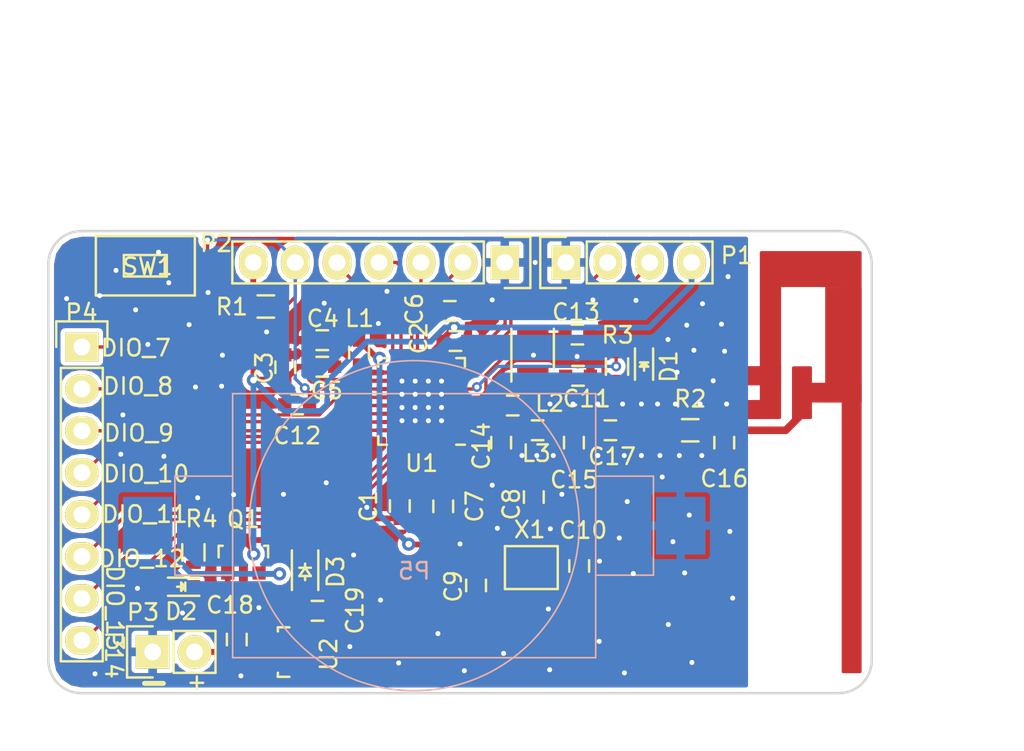
<source format=kicad_pcb>
(kicad_pcb (version 20160815) (host pcbnew "(2016-08-20 BZR 7083, Git 7e3aedd)-product")
  (layers (0 F.Cu signal) (31 B.Cu signal) (34 B.Paste user) (35 F.Paste user) (36 B.SilkS user) (37 F.SilkS user) (38 B.Mask user) (39 F.Mask user) (44 Edge.Cuts user))
  (net 0 "")
  (net 1 GND)
  (net 2 "Net-(ANT1-Pad2)")
  (net 3 VDDR)
  (net 4 "Net-(C15-Pad1)")
  (net 5 "Net-(C17-Pad2)")
  (net 6 /DCDC_SW)
  (net 7 /TDO)
  (net 8 /TCK)
  (net 9 /TMS)
  (net 10 /TDI)
  (net 11 /UART_TX)
  (net 12 /UART_RX)
  (net 13 /DIO_7)
  (net 14 /DIO_8)
  (net 15 /DIO_9)
  (net 16 /DIO_10)
  (net 17 /DIO_11)
  (net 18 /DIO_12)
  (net 19 /DIO_13)
  (net 20 /DIO_14)
  (net 21 /X24M_N)
  (net 22 /X24M_P)
  (net 23 /X32K_Q1)
  (net 24 /X32K_Q2)
  (net 25 /RF_N)
  (net 26 /RF_P)
  (net 27 VDDS)
  (net 28 /~SRST~)
  (net 29 VIN)
  (net 30 "Net-(D1-Pad2)")
  (net 31 "Net-(D2-Pad2)")
  (net 32 /VEXT)
  (net 33 /VBAT)
  (net 34 /USR_LED)
  (net 35 /DCOUPL)
  (net 36 "Net-(U1-Pad3)")
  (net 37 "Net-(U1-Pad7)")
  (net 38 "Net-(U1-Pad10)")
  (module battery_extra:CR2032_SMD (layer B.Cu) (at 151.97 103.55 180)
    (fp_text reference P5 (at 0 -2.75 180) (layer B.SilkS) (effects (justify mirror)))
    (fp_text value VBAT)
    (pad 1 smd rect (at -16.15 0 180) (size 3 3.5) (layers B.Cu B.Paste B.Mask) (net 1 GND))
    (pad 2 smd rect (at 16.15 0 180) (size 3 3.5) (layers B.Cu B.Paste B.Mask) (net 33 /VBAT))
  )
  (module GNDVIA:GND_VIA_0.6mm (layer F.Cu) (at 164.71 112.47)
    (fp_text reference REF** hide)
    (fp_text value VIA_0.6mm hide)
    (pad 1 thru_hole circle (at 0 0) (size 0.6 0.6) (drill 0.3) (layers *.Cu) (net 1 GND))
  )
  (module GNDVIA:GND_VIA_0.6mm (layer F.Cu) (at 157.39 111.29)
    (fp_text reference REF** hide)
    (fp_text value VIA_0.6mm hide)
    (pad 1 thru_hole circle (at 0 0) (size 0.6 0.6) (drill 0.3) (layers *.Cu) (net 1 GND))
  )
  (module GNDVIA:GND_VIA_0.6mm (layer F.Cu) (at 151.03 111.87)
    (fp_text reference REF** hide)
    (fp_text value VIA_0.6mm hide)
    (pad 1 thru_hole circle (at 0 0) (size 0.6 0.6) (drill 0.3) (layers *.Cu) (net 1 GND))
  )
  (module GNDVIA:GND_VIA_0.6mm (layer F.Cu) (at 132.63 112.53)
    (fp_text reference REF** hide)
    (fp_text value VIA_0.6mm hide)
    (pad 1 thru_hole circle (at 0 0) (size 0.6 0.6) (drill 0.3) (layers *.Cu) (net 1 GND))
  )
  (module GNDVIA:GND_VIA_0.6mm (layer F.Cu) (at 137.93 108.84)
    (fp_text reference REF** hide)
    (fp_text value VIA_0.6mm hide)
    (pad 1 thru_hole circle (at 0 0) (size 0.6 0.6) (drill 0.3) (layers *.Cu) (net 1 GND))
  )
  (module GNDVIA:GND_VIA_0.6mm (layer F.Cu) (at 141.47 112.65)
    (fp_text reference REF** hide)
    (fp_text value VIA_0.6mm hide)
    (pad 1 thru_hole circle (at 0 0) (size 0.6 0.6) (drill 0.3) (layers *.Cu) (net 1 GND))
  )
  (module GNDVIA:GND_VIA_0.6mm (layer F.Cu) (at 132.91 89.61)
    (fp_text reference REF** hide)
    (fp_text value VIA_0.6mm hide)
    (pad 1 thru_hole circle (at 0 0) (size 0.6 0.6) (drill 0.3) (layers *.Cu) (net 1 GND))
  )
  (module GNDVIA:GND_VIA_0.6mm (layer F.Cu) (at 130.91 89.79)
    (fp_text reference REF** hide)
    (fp_text value VIA_0.6mm hide)
    (pad 1 thru_hole circle (at 0 0) (size 0.6 0.6) (drill 0.3) (layers *.Cu) (net 1 GND))
  )
  (module GNDVIA:GND_VIA_0.6mm (layer F.Cu) (at 136.48 86.98)
    (fp_text reference REF** hide)
    (fp_text value VIA_0.6mm hide)
    (pad 1 thru_hole circle (at 0 0) (size 0.6 0.6) (drill 0.3) (layers *.Cu) (net 1 GND))
  )
  (module GNDVIA:GND_VIA_0.6mm (layer F.Cu) (at 135.09 90.47)
    (fp_text reference REF** hide)
    (fp_text value VIA_0.6mm hide)
    (pad 1 thru_hole circle (at 0 0) (size 0.6 0.6) (drill 0.3) (layers *.Cu) (net 1 GND))
  )
  (module GNDVIA:GND_VIA_0.6mm (layer F.Cu) (at 137.1 88.83)
    (fp_text reference REF** hide)
    (fp_text value VIA_0.6mm hide)
    (pad 1 thru_hole circle (at 0 0) (size 0.6 0.6) (drill 0.3) (layers *.Cu) (net 1 GND))
  )
  (module GNDVIA:GND_VIA_0.6mm (layer F.Cu) (at 139.48 89.42)
    (fp_text reference REF** hide)
    (fp_text value VIA_0.6mm hide)
    (pad 1 thru_hole circle (at 0 0) (size 0.6 0.6) (drill 0.3) (layers *.Cu) (net 1 GND))
  )
  (module GNDVIA:GND_VIA_0.6mm (layer F.Cu) (at 140.35 93.22)
    (fp_text reference REF** hide)
    (fp_text value VIA_0.6mm hide)
    (pad 1 thru_hole circle (at 0 0) (size 0.6 0.6) (drill 0.3) (layers *.Cu) (net 1 GND))
  )
  (module GNDVIA:GND_VIA_0.6mm (layer F.Cu) (at 135.83 92.57)
    (fp_text reference REF** hide)
    (fp_text value VIA_0.6mm hide)
    (pad 1 thru_hole circle (at 0 0) (size 0.6 0.6) (drill 0.3) (layers *.Cu) (net 1 GND))
  )
  (module GNDVIA:GND_VIA_0.6mm (layer F.Cu) (at 141.03 101.67)
    (fp_text reference REF** hide)
    (fp_text value VIA_0.6mm hide)
    (pad 1 thru_hole circle (at 0 0) (size 0.6 0.6) (drill 0.3) (layers *.Cu) (net 1 GND))
  )
  (module GNDVIA:GND_VIA_0.6mm (layer F.Cu) (at 167.65 104.52)
    (fp_text reference REF** hide)
    (fp_text value VIA_0.6mm hide)
    (pad 1 thru_hole circle (at 0 0) (size 0.6 0.6) (drill 0.3) (layers *.Cu) (net 1 GND))
  )
  (module GNDVIA:GND_VIA_0.6mm (layer F.Cu) (at 168.64 102.91)
    (fp_text reference REF** hide)
    (fp_text value VIA_0.6mm hide)
    (pad 1 thru_hole circle (at 0 0) (size 0.6 0.6) (drill 0.3) (layers *.Cu) (net 1 GND))
  )
  (module GNDVIA:GND_VIA_0.6mm (layer F.Cu) (at 168.36 106.41)
    (fp_text reference REF** hide)
    (fp_text value VIA_0.6mm hide)
    (pad 1 thru_hole circle (at 0 0) (size 0.6 0.6) (drill 0.3) (layers *.Cu) (net 1 GND))
  )
  (module GNDVIA:GND_VIA_0.6mm (layer F.Cu) (at 170.99 88.46)
    (fp_text reference REF** hide)
    (fp_text value VIA_0.6mm hide)
    (pad 1 thru_hole circle (at 0 0) (size 0.6 0.6) (drill 0.3) (layers *.Cu) (net 1 GND))
  )
  (module GNDVIA:GND_VIA_0.6mm (layer F.Cu) (at 169.44 90.1)
    (fp_text reference REF** hide)
    (fp_text value VIA_0.6mm hide)
    (pad 1 thru_hole circle (at 0 0) (size 0.6 0.6) (drill 0.3) (layers *.Cu) (net 1 GND))
  )
  (module GNDVIA:GND_VIA_0.6mm (layer F.Cu) (at 167.35 92.27)
    (fp_text reference REF** hide)
    (fp_text value VIA_0.6mm hide)
    (pad 1 thru_hole circle (at 0 0) (size 0.6 0.6) (drill 0.3) (layers *.Cu) (net 1 GND))
  )
  (module GNDVIA:GND_VIA_0.6mm (layer F.Cu) (at 165.41 89.9)
    (fp_text reference REF** hide)
    (fp_text value VIA_0.6mm hide)
    (pad 1 thru_hole circle (at 0 0) (size 0.6 0.6) (drill 0.3) (layers *.Cu) (net 1 GND))
  )
  (module GNDVIA:GND_VIA_0.6mm (layer F.Cu) (at 168.49 91.4)
    (fp_text reference REF** hide)
    (fp_text value VIA_0.6mm hide)
    (pad 1 thru_hole circle (at 0 0) (size 0.6 0.6) (drill 0.3) (layers *.Cu) (net 1 GND))
  )
  (module GNDVIA:GND_VIA_0.6mm (layer F.Cu) (at 170.59 91.34)
    (fp_text reference REF** hide)
    (fp_text value VIA_0.6mm hide)
    (pad 1 thru_hole circle (at 0 0) (size 0.6 0.6) (drill 0.3) (layers *.Cu) (net 1 GND))
  )
  (module GNDVIA:GND_VIA_0.6mm (layer F.Cu) (at 168.92 92.92)
    (fp_text reference REF** hide)
    (fp_text value VIA_0.6mm hide)
    (pad 1 thru_hole circle (at 0 0) (size 0.6 0.6) (drill 0.3) (layers *.Cu) (net 1 GND))
  )
  (module GNDVIA:GND_VIA_0.6mm (layer F.Cu) (at 170.78 92.98)
    (fp_text reference REF** hide)
    (fp_text value VIA_0.6mm hide)
    (pad 1 thru_hole circle (at 0 0) (size 0.6 0.6) (drill 0.3) (layers *.Cu) (net 1 GND))
  )
  (module GNDVIA:GND_VIA_0.6mm (layer F.Cu) (at 170.09 94.77)
    (fp_text reference REF** hide)
    (fp_text value VIA_0.6mm hide)
    (pad 1 thru_hole circle (at 0 0) (size 0.6 0.6) (drill 0.3) (layers *.Cu) (net 1 GND))
  )
  (module GNDVIA:GND_VIA_0.6mm (layer F.Cu) (at 167.9 94.25)
    (fp_text reference REF** hide)
    (fp_text value VIA_0.6mm hide)
    (pad 1 thru_hole circle (at 0 0) (size 0.6 0.6) (drill 0.3) (layers *.Cu) (net 1 GND))
  )
  (module GNDVIA:GND_VIA_0.6mm (layer F.Cu) (at 163.2 105.7)
    (fp_text reference REF** hide)
    (fp_text value VIA_0.6mm hide)
    (pad 1 thru_hole circle (at 0 0) (size 0.6 0.6) (drill 0.3) (layers *.Cu) (net 1 GND))
  )
  (module GNDVIA:GND_VIA_0.6mm (layer F.Cu) (at 167 100.6)
    (fp_text reference REF** hide)
    (fp_text value VIA_0.6mm hide)
    (pad 1 thru_hole circle (at 0 0) (size 0.6 0.6) (drill 0.3) (layers *.Cu) (net 1 GND))
  )
  (module GNDVIA:GND_VIA_0.6mm (layer F.Cu) (at 164.4 104.3)
    (fp_text reference REF** hide)
    (fp_text value VIA_0.6mm hide)
    (pad 1 thru_hole circle (at 0 0) (size 0.6 0.6) (drill 0.3) (layers *.Cu) (net 1 GND))
  )
  (module GNDVIA:GND_VIA_0.6mm (layer F.Cu) (at 171.1 103.9)
    (fp_text reference REF** hide)
    (fp_text value VIA_0.6mm hide)
    (pad 1 thru_hole circle (at 0 0) (size 0.6 0.6) (drill 0.3) (layers *.Cu) (net 1 GND))
  )
  (module GNDVIA:GND_VIA_0.6mm (layer F.Cu) (at 162.8 89.87)
    (fp_text reference REF** hide)
    (fp_text value VIA_0.6mm hide)
    (pad 1 thru_hole circle (at 0 0) (size 0.6 0.6) (drill 0.3) (layers *.Cu) (net 1 GND))
  )
  (module GNDVIA:GND_VIA_0.6mm (layer F.Cu) (at 149.8 91.3)
    (fp_text reference REF** hide)
    (fp_text value VIA_0.6mm hide)
    (pad 1 thru_hole circle (at 0 0) (size 0.6 0.6) (drill 0.3) (layers *.Cu) (net 1 GND))
  )
  (module GNDVIA:GND_VIA_0.6mm (layer F.Cu) (at 156.7 101.1)
    (fp_text reference REF** hide)
    (fp_text value VIA_0.6mm hide)
    (pad 1 thru_hole circle (at 0 0) (size 0.6 0.6) (drill 0.3) (layers *.Cu) (net 1 GND))
  )
  (module GNDVIA:GND_VIA_0.6mm (layer F.Cu) (at 149.1 102.44)
    (fp_text reference REF** hide)
    (fp_text value VIA_0.6mm hide)
    (pad 1 thru_hole circle (at 0 0) (size 0.6 0.6) (drill 0.3) (layers *.Cu) (net 1 GND))
  )
  (module GNDVIA:GND_VIA_0.6mm (layer F.Cu) (at 150.32 89.35)
    (fp_text reference REF** hide)
    (fp_text value VIA_0.6mm hide)
    (pad 1 thru_hole circle (at 0 0) (size 0.6 0.6) (drill 0.3) (layers *.Cu) (net 1 GND))
  )
  (module GNDVIA:GND_VIA_0.6mm (layer F.Cu) (at 133.9 88.08)
    (fp_text reference REF** hide)
    (fp_text value VIA_0.6mm hide)
    (pad 1 thru_hole circle (at 0 0) (size 0.6 0.6) (drill 0.3) (layers *.Cu) (net 1 GND))
  )
  (module GNDVIA:GND_VIA_0.6mm (layer F.Cu) (at 138.33 91.37)
    (fp_text reference REF** hide)
    (fp_text value VIA_0.6mm hide)
    (pad 1 thru_hole circle (at 0 0) (size 0.6 0.6) (drill 0.3) (layers *.Cu) (net 1 GND))
  )
  (module GNDVIA:GND_VIA_0.6mm (layer F.Cu) (at 138.72 95.15)
    (fp_text reference REF** hide)
    (fp_text value VIA_0.6mm hide)
    (pad 1 thru_hole circle (at 0 0) (size 0.6 0.6) (drill 0.3) (layers *.Cu) (net 1 GND))
  )
  (module GNDVIA:GND_VIA_0.6mm (layer F.Cu) (at 134.32 96.84)
    (fp_text reference REF** hide)
    (fp_text value VIA_0.6mm hide)
    (pad 1 thru_hole circle (at 0 0) (size 0.6 0.6) (drill 0.3) (layers *.Cu) (net 1 GND))
  )
  (module GNDVIA:GND_VIA_0.6mm (layer F.Cu) (at 134.19 99.22)
    (fp_text reference REF** hide)
    (fp_text value VIA_0.6mm hide)
    (pad 1 thru_hole circle (at 0 0) (size 0.6 0.6) (drill 0.3) (layers *.Cu) (net 1 GND))
  )
  (module GNDVIA:GND_VIA_0.6mm (layer F.Cu) (at 136.8 99.35)
    (fp_text reference REF** hide)
    (fp_text value VIA_0.6mm hide)
    (pad 1 thru_hole circle (at 0 0) (size 0.6 0.6) (drill 0.3) (layers *.Cu) (net 1 GND))
  )
  (module GNDVIA:GND_VIA_0.6mm (layer F.Cu) (at 138.85 101.86)
    (fp_text reference REF** hide)
    (fp_text value VIA_0.6mm hide)
    (pad 1 thru_hole circle (at 0 0) (size 0.6 0.6) (drill 0.3) (layers *.Cu) (net 1 GND))
  )
  (module GNDVIA:GND_VIA_0.6mm (layer F.Cu) (at 146.64 100.95)
    (fp_text reference REF** hide)
    (fp_text value VIA_0.6mm hide)
    (pad 1 thru_hole circle (at 0 0) (size 0.6 0.6) (drill 0.3) (layers *.Cu) (net 1 GND))
  )
  (module GNDVIA:GND_VIA_0.6mm (layer F.Cu) (at 149.93 108.06)
    (fp_text reference REF** hide)
    (fp_text value VIA_0.6mm hide)
    (pad 1 thru_hole circle (at 0 0) (size 0.6 0.6) (drill 0.3) (layers *.Cu) (net 1 GND))
  )
  (module GNDVIA:GND_VIA_0.6mm (layer F.Cu) (at 155.01 112.34)
    (fp_text reference REF** hide)
    (fp_text value VIA_0.6mm hide)
    (pad 1 thru_hole circle (at 0 0) (size 0.6 0.6) (drill 0.3) (layers *.Cu) (net 1 GND))
  )
  (module GNDVIA:GND_VIA_0.6mm (layer F.Cu) (at 153.41 110.09)
    (fp_text reference REF** hide)
    (fp_text value VIA_0.6mm hide)
    (pad 1 thru_hole circle (at 0 0) (size 0.6 0.6) (drill 0.3) (layers *.Cu) (net 1 GND))
  )
  (module GNDVIA:GND_VIA_0.6mm (layer F.Cu) (at 160.18 112.28)
    (fp_text reference REF** hide)
    (fp_text value VIA_0.6mm hide)
    (pad 1 thru_hole circle (at 0 0) (size 0.6 0.6) (drill 0.3) (layers *.Cu) (net 1 GND))
  )
  (module GNDVIA:GND_VIA_0.6mm (layer F.Cu) (at 160.1 108.6)
    (fp_text reference REF** hide)
    (fp_text value VIA_0.6mm hide)
    (pad 1 thru_hole circle (at 0 0) (size 0.6 0.6) (drill 0.3) (layers *.Cu) (net 1 GND))
  )
  (module GNDVIA:GND_VIA_0.6mm (layer F.Cu) (at 168.8 111.84)
    (fp_text reference REF** hide)
    (fp_text value VIA_0.6mm hide)
    (pad 1 thru_hole circle (at 0 0) (size 0.6 0.6) (drill 0.3) (layers *.Cu) (net 1 GND))
  )
  (module GNDVIA:GND_VIA_0.6mm (layer F.Cu) (at 163.18 110.56)
    (fp_text reference REF** hide)
    (fp_text value VIA_0.6mm hide)
    (pad 1 thru_hole circle (at 0 0) (size 0.6 0.6) (drill 0.3) (layers *.Cu) (net 1 GND))
  )
  (module GNDVIA:GND_VIA_0.6mm (layer F.Cu) (at 167.37 109.54)
    (fp_text reference REF** hide)
    (fp_text value VIA_0.6mm hide)
    (pad 1 thru_hole circle (at 0 0) (size 0.6 0.6) (drill 0.3) (layers *.Cu) (net 1 GND))
  )
  (module GNDVIA:GND_VIA_0.6mm (layer F.Cu) (at 171.27 107.94)
    (fp_text reference REF** hide)
    (fp_text value VIA_0.6mm hide)
    (pad 1 thru_hole circle (at 0 0) (size 0.6 0.6) (drill 0.3) (layers *.Cu) (net 1 GND))
  )
  (module GNDVIA:GND_VIA_0.6mm (layer F.Cu) (at 165.25 106.45)
    (fp_text reference REF** hide)
    (fp_text value VIA_0.6mm hide)
    (pad 1 thru_hole circle (at 0 0) (size 0.6 0.6) (drill 0.3) (layers *.Cu) (net 1 GND))
  )
  (module GNDVIA:GND_VIA_0.6mm (layer F.Cu) (at 164.88 102.09)
    (fp_text reference REF** hide)
    (fp_text value VIA_0.6mm hide)
    (pad 1 thru_hole circle (at 0 0) (size 0.6 0.6) (drill 0.3) (layers *.Cu) (net 1 GND))
  )
  (module GNDVIA:GND_VIA_0.6mm (layer F.Cu) (at 160.22 103.74)
    (fp_text reference REF** hide)
    (fp_text value VIA_0.6mm hide)
    (pad 1 thru_hole circle (at 0 0) (size 0.6 0.6) (drill 0.3) (layers *.Cu) (net 1 GND))
  )
  (module GNDVIA:GND_VIA_0.6mm (layer F.Cu) (at 148.07 110.88)
    (fp_text reference REF** hide)
    (fp_text value VIA_0.6mm hide)
    (pad 1 thru_hole circle (at 0 0) (size 0.6 0.6) (drill 0.3) (layers *.Cu) (net 1 GND))
  )
  (module GNDVIA:GND_VIA_0.6mm (layer F.Cu) (at 142.56 108.52)
    (fp_text reference REF** hide)
    (fp_text value VIA_0.6mm hide)
    (pad 1 thru_hole circle (at 0 0) (size 0.6 0.6) (drill 0.3) (layers *.Cu) (net 1 GND))
  )
  (module GNDVIA:GND_VIA_0.6mm (layer F.Cu) (at 135.2 107.35)
    (fp_text reference REF** hide)
    (fp_text value VIA_0.6mm hide)
    (pad 1 thru_hole circle (at 0 0) (size 0.6 0.6) (drill 0.3) (layers *.Cu) (net 1 GND))
  )
  (module GNDVIA:GND_VIA_0.6mm (layer F.Cu) (at 144.05 101.65)
    (fp_text reference REF** hide)
    (fp_text value VIA_0.6mm hide)
    (pad 1 thru_hole circle (at 0 0) (size 0.6 0.6) (drill 0.3) (layers *.Cu) (net 1 GND))
  )
  (module GNDVIA:GND_VIA_0.6mm (layer F.Cu) (at 140.3 95.1)
    (fp_text reference REF** hide)
    (fp_text value VIA_0.6mm hide)
    (pad 1 thru_hole circle (at 0 0) (size 0.6 0.6) (drill 0.3) (layers *.Cu) (net 1 GND))
  )
  (module GNDVIA:GND_VIA_0.6mm (layer F.Cu) (at 143.03 91.81)
    (fp_text reference REF** hide)
    (fp_text value VIA_0.6mm hide)
    (pad 1 thru_hole circle (at 0 0) (size 0.6 0.6) (drill 0.3) (layers *.Cu) (net 1 GND))
  )
  (module GNDVIA:GND_VIA_0.6mm (layer F.Cu) (at 159.2 93.22)
    (fp_text reference REF** hide)
    (fp_text value VIA_0.6mm hide)
    (pad 1 thru_hole circle (at 0 0) (size 0.6 0.6) (drill 0.3) (layers *.Cu) (net 1 GND))
  )
  (module GNDVIA:GND_VIA_0.6mm (layer F.Cu) (at 161.84 93.3)
    (fp_text reference REF** hide)
    (fp_text value VIA_0.6mm hide)
    (pad 1 thru_hole circle (at 0 0) (size 0.6 0.6) (drill 0.3) (layers *.Cu) (net 1 GND))
  )
  (module GNDVIA:GND_VIA_0.6mm (layer F.Cu) (at 160.92 101.65)
    (fp_text reference REF** hide)
    (fp_text value VIA_0.6mm hide)
    (pad 1 thru_hole circle (at 0 0) (size 0.6 0.6) (drill 0.3) (layers *.Cu) (net 1 GND))
  )
  (module GNDVIA:GND_VIA_0.6mm (layer F.Cu) (at 157.01 103.71)
    (fp_text reference REF** hide)
    (fp_text value VIA_0.6mm hide)
    (pad 1 thru_hole circle (at 0 0) (size 0.6 0.6) (drill 0.3) (layers *.Cu) (net 1 GND))
  )
  (module GNDVIA:GND_VIA_0.6mm (layer F.Cu) (at 154.75 104.66)
    (fp_text reference REF** hide)
    (fp_text value VIA_0.6mm hide)
    (pad 1 thru_hole circle (at 0 0) (size 0.6 0.6) (drill 0.3) (layers *.Cu) (net 1 GND))
  )
  (module GNDVIA:GND_VIA_0.6mm (layer F.Cu) (at 146.52 90.07)
    (fp_text reference REF** hide)
    (fp_text value VIA_0.6mm hide)
    (pad 1 thru_hole circle (at 0 0) (size 0.6 0.6) (drill 0.3) (layers *.Cu) (net 1 GND))
  )
  (module GNDVIA:GND_VIA_0.6mm (layer F.Cu) (at 148.3 105.33)
    (fp_text reference REF** hide)
    (fp_text value VIA_0.6mm hide)
    (pad 1 thru_hole circle (at 0 0) (size 0.6 0.6) (drill 0.3) (layers *.Cu) (net 1 GND))
  )
  (module GNDVIA:GND_VIA_0.6mm (layer F.Cu) (at 156.7 89.87)
    (fp_text reference REF** hide)
    (fp_text value VIA_0.6mm hide)
    (pad 1 thru_hole circle (at 0 0) (size 0.6 0.6) (drill 0.3) (layers *.Cu) (net 1 GND))
  )
  (module GNDVIA:GND_VIA_0.6mm (layer F.Cu) (at 168.04 99.19)
    (fp_text reference REF** hide)
    (fp_text value VIA_0.6mm hide)
    (pad 1 thru_hole circle (at 0 0.11) (size 0.6 0.6) (drill 0.3) (layers *.Cu) (net 1 GND))
  )
  (module GNDVIA:GND_VIA_0.6mm (layer F.Cu) (at 166.86 99.19)
    (fp_text reference REF** hide)
    (fp_text value VIA_0.6mm hide)
    (pad 1 thru_hole circle (at 0 0.11) (size 0.6 0.6) (drill 0.3) (layers *.Cu) (net 1 GND))
  )
  (module GNDVIA:GND_VIA_0.6mm (layer F.Cu) (at 165.74 99.19)
    (fp_text reference REF** hide)
    (fp_text value VIA_0.6mm hide)
    (pad 1 thru_hole circle (at 0 0.11) (size 0.6 0.6) (drill 0.3) (layers *.Cu) (net 1 GND))
  )
  (module GNDVIA:GND_VIA_0.6mm (layer F.Cu) (at 166.72 96.18)
    (fp_text reference REF** hide)
    (fp_text value VIA_0.6mm hide)
    (pad 1 thru_hole circle (at 0 0) (size 0.6 0.6) (drill 0.3) (layers *.Cu) (net 1 GND))
  )
  (module GNDVIA:GND_VIA_0.6mm (layer F.Cu) (at 165.74 96.18)
    (fp_text reference REF** hide)
    (fp_text value VIA_0.6mm hide)
    (pad 1 thru_hole circle (at 0 0) (size 0.6 0.6) (drill 0.3) (layers *.Cu) (net 1 GND))
  )
  (module GNDVIA:GND_VIA_0.6mm (layer F.Cu) (at 159.3 87.6)
    (fp_text reference REF** hide)
    (fp_text value VIA_0.6mm hide)
    (pad 1 thru_hole circle (at 0 0) (size 0.6 0.6) (drill 0.3) (layers *.Cu) (net 1 GND))
  )
  (module GNDVIA:GND_VIA_0.6mm (layer F.Cu) (at 167.8 96.18)
    (fp_text reference REF** hide)
    (fp_text value VIA_0.6mm hide)
    (pad 1 thru_hole circle (at 0 0) (size 0.6 0.6) (drill 0.3) (layers *.Cu) (net 1 GND))
  )
  (module GNDVIA:GND_VIA_0.6mm (layer F.Cu) (at 169.3 96.18)
    (fp_text reference REF** hide)
    (fp_text value VIA_0.6mm hide)
    (pad 1 thru_hole circle (at 0 0) (size 0.6 0.6) (drill 0.3) (layers *.Cu) (net 1 GND))
  )
  (module GNDVIA:GND_VIA_0.6mm (layer F.Cu) (at 170.9 96.18)
    (fp_text reference REF** hide)
    (fp_text value VIA_0.6mm hide)
    (pad 1 thru_hole circle (at 0 0) (size 0.6 0.6) (drill 0.3) (layers *.Cu) (net 1 GND))
  )
  (module GNDVIA:GND_VIA_0.6mm (layer F.Cu) (at 169.4 99.2)
    (fp_text reference REF** hide)
    (fp_text value VIA_0.6mm hide)
    (pad 1 thru_hole circle (at 0 0.1) (size 0.6 0.6) (drill 0.3) (layers *.Cu) (net 1 GND))
  )
  (module GNDVIA:GND_VIA_0.6mm (layer F.Cu) (at 164.7 99.2)
    (fp_text reference REF** hide)
    (fp_text value VIA_0.6mm hide)
    (pad 1 thru_hole circle (at 0 0.1) (size 0.6 0.6) (drill 0.3) (layers *.Cu) (net 1 GND))
  )
  (module GNDVIA:GND_VIA_0.6mm (layer F.Cu) (at 164.6 96.18)
    (fp_text reference REF** hide)
    (fp_text value VIA_0.6mm hide)
    (pad 1 thru_hole circle (at 0 0) (size 0.6 0.6) (drill 0.3) (layers *.Cu) (net 1 GND))
  )
  (module GNDVIA:GND_VIA_0.6mm (layer F.Cu) (at 163.1 96.18)
    (fp_text reference REF** hide)
    (fp_text value VIA_0.6mm hide)
    (pad 1 thru_hole circle (at 0 0) (size 0.6 0.6) (drill 0.3) (layers *.Cu) (net 1 GND))
  )
  (module GNDVIA:GND_VIA_0.6mm (layer F.Cu) (at 161.6 96.18)
    (fp_text reference REF** hide)
    (fp_text value VIA_0.6mm hide)
    (pad 1 thru_hole circle (at 0 0) (size 0.6 0.6) (drill 0.3) (layers *.Cu) (net 1 GND))
  )
  (module GNDVIA:GND_VIA_0.6mm (layer F.Cu) (at 163.1 99.2)
    (fp_text reference REF** hide)
    (fp_text value VIA_0.6mm hide)
    (pad 1 thru_hole circle (at 0 0.1) (size 0.6 0.6) (drill 0.3) (layers *.Cu) (net 1 GND))
  )
  (module GNDVIA:GND_VIA_0.6mm (layer F.Cu) (at 159.4 99.2)
    (fp_text reference REF** hide)
    (fp_text value VIA_0.6mm hide)
    (pad 1 thru_hole circle (at 0 0.1) (size 0.6 0.6) (drill 0.3) (layers *.Cu) (net 1 GND))
  )
  (module GNDVIA:GND_VIA_0.6mm (layer F.Cu) (at 160.4 99.2)
    (fp_text reference REF** hide)
    (fp_text value VIA_0.6mm hide)
    (pad 1 thru_hole circle (at 0 0.1) (size 0.6 0.6) (drill 0.3) (layers *.Cu) (net 1 GND))
  )
  (module GNDVIA:GND_VIA_0.6mm (layer F.Cu) (at 158.5 99.3)
    (fp_text reference REF** hide)
    (fp_text value VIA_0.6mm hide)
    (pad 1 thru_hole circle (at 0 0) (size 0.6 0.6) (drill 0.3) (layers *.Cu) (net 1 GND))
  )
  (module GNDVIA:GND_VIA_0.6mm (layer F.Cu) (at 160.2 96.18)
    (fp_text reference REF** hide)
    (fp_text value VIA_0.6mm hide)
    (pad 1 thru_hole circle (at 0 0) (size 0.6 0.6) (drill 0.3) (layers *.Cu) (net 1 GND))
  )
  (module GNDVIA:GND_VIA_0.6mm (layer F.Cu) (at 151.23 97.19)
    (fp_text reference REF** hide)
    (fp_text value VIA_0.6mm hide)
    (pad 1 thru_hole circle (at 0 0) (size 0.6 0.6) (drill 0.3) (layers *.Cu) (net 1 GND))
  )
  (module GNDVIA:GND_VIA_0.6mm (layer F.Cu) (at 152.03 97.19)
    (fp_text reference REF** hide)
    (fp_text value VIA_0.6mm hide)
    (pad 1 thru_hole circle (at 0 0) (size 0.6 0.6) (drill 0.3) (layers *.Cu) (net 1 GND))
  )
  (module GNDVIA:GND_VIA_0.6mm (layer F.Cu) (at 152.83 97.19)
    (fp_text reference REF** hide)
    (fp_text value VIA_0.6mm hide)
    (pad 1 thru_hole circle (at 0 0) (size 0.6 0.6) (drill 0.3) (layers *.Cu) (net 1 GND))
  )
  (module GNDVIA:GND_VIA_0.6mm (layer F.Cu) (at 153.63 97.19)
    (fp_text reference REF** hide)
    (fp_text value VIA_0.6mm hide)
    (pad 1 thru_hole circle (at 0 0) (size 0.6 0.6) (drill 0.3) (layers *.Cu) (net 1 GND))
  )
  (module GNDVIA:GND_VIA_0.6mm (layer F.Cu) (at 151.23 96.39)
    (fp_text reference REF** hide)
    (fp_text value VIA_0.6mm hide)
    (pad 1 thru_hole circle (at 0 0) (size 0.6 0.6) (drill 0.3) (layers *.Cu) (net 1 GND))
  )
  (module GNDVIA:GND_VIA_0.6mm (layer F.Cu) (at 152.03 96.39)
    (fp_text reference REF** hide)
    (fp_text value VIA_0.6mm hide)
    (pad 1 thru_hole circle (at 0 0) (size 0.6 0.6) (drill 0.3) (layers *.Cu) (net 1 GND))
  )
  (module GNDVIA:GND_VIA_0.6mm (layer F.Cu) (at 152.83 96.39)
    (fp_text reference REF** hide)
    (fp_text value VIA_0.6mm hide)
    (pad 1 thru_hole circle (at 0 0) (size 0.6 0.6) (drill 0.3) (layers *.Cu) (net 1 GND))
  )
  (module GNDVIA:GND_VIA_0.6mm (layer F.Cu) (at 153.63 96.39)
    (fp_text reference REF** hide)
    (fp_text value VIA_0.6mm hide)
    (pad 1 thru_hole circle (at 0 0) (size 0.6 0.6) (drill 0.3) (layers *.Cu) (net 1 GND))
  )
  (module GNDVIA:GND_VIA_0.6mm (layer F.Cu) (at 151.23 95.59)
    (fp_text reference REF** hide)
    (fp_text value VIA_0.6mm hide)
    (pad 1 thru_hole circle (at 0 0) (size 0.6 0.6) (drill 0.3) (layers *.Cu) (net 1 GND))
  )
  (module GNDVIA:GND_VIA_0.6mm (layer F.Cu) (at 152.03 95.59)
    (fp_text reference REF** hide)
    (fp_text value VIA_0.6mm hide)
    (pad 1 thru_hole circle (at 0 0) (size 0.6 0.6) (drill 0.3) (layers *.Cu) (net 1 GND))
  )
  (module GNDVIA:GND_VIA_0.6mm (layer F.Cu) (at 152.83 95.59)
    (fp_text reference REF** hide)
    (fp_text value VIA_0.6mm hide)
    (pad 1 thru_hole circle (at 0 0) (size 0.6 0.6) (drill 0.3) (layers *.Cu) (net 1 GND))
  )
  (module GNDVIA:GND_VIA_0.6mm (layer F.Cu) (at 153.63 95.59)
    (fp_text reference REF** hide)
    (fp_text value VIA_0.6mm hide)
    (pad 1 thru_hole circle (at 0 0) (size 0.6 0.6) (drill 0.3) (layers *.Cu) (net 1 GND))
  )
  (module GNDVIA:GND_VIA_0.6mm (layer F.Cu) (at 151.23 94.79)
    (fp_text reference REF** hide)
    (fp_text value VIA_0.6mm hide)
    (pad 1 thru_hole circle (at 0 0) (size 0.6 0.6) (drill 0.3) (layers *.Cu) (net 1 GND))
  )
  (module GNDVIA:GND_VIA_0.6mm (layer F.Cu) (at 152.03 94.79)
    (fp_text reference REF** hide)
    (fp_text value VIA_0.6mm hide)
    (pad 1 thru_hole circle (at 0 0) (size 0.6 0.6) (drill 0.3) (layers *.Cu) (net 1 GND))
  )
  (module GNDVIA:GND_VIA_0.6mm (layer F.Cu) (at 152.83 94.79)
    (fp_text reference REF** hide)
    (fp_text value VIA_0.6mm hide)
    (pad 1 thru_hole circle (at 0 0) (size 0.6 0.6) (drill 0.3) (layers *.Cu) (net 1 GND))
  )
  (module GNDVIA:GND_VIA_0.6mm (layer F.Cu) (at 153.63 94.79)
    (fp_text reference REF** hide)
    (fp_text value VIA_0.6mm hide)
    (pad 1 thru_hole circle (at 0 0) (size 0.6 0.6) (drill 0.3) (layers *.Cu) (net 1 GND))
  )
  (module jyd:TI_DN007_2.4GHz (layer F.Cu) (at 175.935 99.7 270)
    (fp_text reference ANT1 hide)
    (fp_text value ANTENNA)
    (pad 1 connect rect (at 0 -2.545 270) (size 25.38 1.21) (layers F.Cu F.Mask) (net 1 GND))
    (pad 1 connect rect (at -7.11 -2.045 270) (size 7 2.21) (layers F.Cu F.Mask) (net 1 GND))
    (pad 1 connect rect (at -11.7 -0.065 270) (size 2.18 5.97) (layers F.Cu F.Mask) (net 1 GND))
    (pad 1 connect rect (at -7.7 2.375 270) (size 9.98 1.29) (layers F.Cu F.Mask) (net 1 GND))
    (pad 1 connect rect (at -4.21 0.465 270) (size 3 1.21) (layers F.Cu F.Mask) (net 1 GND))
    (pad 1 connect rect (at -4.21 0.465 270) (size 3.2 1.01) (layers F.Cu F.Mask) (net 1 GND))
    (pad 1 connect rect (at -4.21 -1.04 270) (size 1.2 4.22) (layers F.Cu F.Mask) (net 1 GND))
    (pad 1 connect rect (at -5.235 2.745 270) (size 1.15 2.03) (layers F.Cu F.Mask) (net 1 GND))
    (pad 1 connect rect (at -3.185 2.795 270) (size 1.15 1.93) (layers F.Cu F.Mask) (net 1 GND))
    (pad 2 connect rect (at -1.93 2.577 270) (size 0.46 2.366) (layers F.Cu F.Mask) (net 2 "Net-(ANT1-Pad2)"))
    (pad 1 connect rect (at -2.332 1.046 315) (size 0.46 1.246) (layers F.Cu F.Mask) (net 1 GND))
    (pad 1 connect circle (at -12.69 -3.05 315) (size 0.2 0.2) (layers F.Cu F.Mask) (net 1 GND))
    (pad 1 connect circle (at -12.69 2.92 315) (size 0.2 0.2) (layers F.Cu F.Mask) (net 1 GND))
    (pad 1 connect circle (at -2.71 1.83 315) (size 0.2 0.2) (layers F.Cu F.Mask) (net 1 GND))
    (pad 1 connect circle (at -1.8 1.394 315) (size 0.2 0.2) (layers F.Cu F.Mask) (net 1 GND))
    (pad 1 connect circle (at -2.71 -0.04 315) (size 0.2 0.2) (layers F.Cu F.Mask) (net 1 GND))
    (pad 1 connect circle (at -5.71 0.97 315) (size 0.2 0.2) (layers F.Cu F.Mask) (net 1 GND))
    (pad 1 connect circle (at -5.71 -0.04 315) (size 0.2 0.2) (layers F.Cu F.Mask) (net 1 GND))
    (pad 1 connect rect (at 12 -2.545 270) (size 1.58 1.01) (layers F.Cu F.Mask) (net 1 GND))
    (pad 1 connect circle (at 12.69 -3.05 315) (size 0.2 0.2) (layers F.Cu F.Mask) (net 1 GND))
    (pad 1 connect circle (at 12.69 -2.04 315) (size 0.2 0.2) (layers F.Cu F.Mask) (net 1 GND))
    (pad 1 connect rect (at -2.71 0.97 270) (size 0.2 0.2) (layers F.Cu F.Mask) (net 1 GND))
  )
  (module Capacitors_SMD:C_0603 (layer F.Cu) (at 151.1 102.36 90)
    (fp_text reference C1 (at 0 -1.9 90) (layer F.SilkS))
    (fp_text value 100nF)
    (pad 1 smd rect (at -0.75 0 90) (size 0.8 0.75) (layers F.Cu F.Paste F.Mask) (net 27 VDDS))
    (pad 2 smd rect (at 0.75 0 90) (size 0.8 0.75) (layers F.Cu F.Paste F.Mask) (net 1 GND))
  )
  (module Capacitors_SMD:C_0603 (layer F.Cu) (at 154.47 92.36)
    (fp_text reference C2 (at -2.22 -0.17 90) (layer F.SilkS))
    (fp_text value 100nF)
    (pad 1 smd rect (at -0.75 0) (size 0.8 0.75) (layers F.Cu F.Paste F.Mask) (net 27 VDDS))
    (pad 2 smd rect (at 0.75 0) (size 0.8 0.75) (layers F.Cu F.Paste F.Mask) (net 1 GND))
  )
  (module Capacitors_SMD:C_0603 (layer F.Cu) (at 144.16 93.95 90)
    (fp_text reference C3 (at -0.04 -1.28 90) (layer F.SilkS))
    (fp_text value 10uF)
    (pad 1 smd rect (at -0.75 0 90) (size 0.8 0.75) (layers F.Cu F.Paste F.Mask) (net 27 VDDS))
    (pad 2 smd rect (at 0.75 0 90) (size 0.8 0.75) (layers F.Cu F.Paste F.Mask) (net 1 GND))
  )
  (module Capacitors_SMD:C_0603 (layer F.Cu) (at 146.4 93.92)
    (fp_text reference C4 (at 0.03 -2.92) (layer F.SilkS))
    (fp_text value 100nF)
    (pad 1 smd rect (at -0.75 0) (size 0.8 0.75) (layers F.Cu F.Paste F.Mask) (net 27 VDDS))
    (pad 2 smd rect (at 0.75 0) (size 0.8 0.75) (layers F.Cu F.Paste F.Mask) (net 1 GND))
  )
  (module Capacitors_SMD:C_0603 (layer F.Cu) (at 146.4 92.31 180)
    (fp_text reference C5 (at -0.27 -3.06 180) (layer F.SilkS))
    (fp_text value 10uF)
    (pad 1 smd rect (at -0.75 0 180) (size 0.8 0.75) (layers F.Cu F.Paste F.Mask) (net 3 VDDR))
    (pad 2 smd rect (at 0.75 0 180) (size 0.8 0.75) (layers F.Cu F.Paste F.Mask) (net 1 GND))
  )
  (module Capacitors_SMD:C_0603 (layer F.Cu) (at 154.13 90.54)
    (fp_text reference C6 (at -2.15 -0.11 90) (layer F.SilkS))
    (fp_text value 1uF)
    (pad 1 smd rect (at -0.75 0) (size 0.8 0.75) (layers F.Cu F.Paste F.Mask) (net 35 /DCOUPL))
    (pad 2 smd rect (at 0.75 0) (size 0.8 0.75) (layers F.Cu F.Paste F.Mask) (net 1 GND))
  )
  (module Capacitors_SMD:C_0603 (layer F.Cu) (at 153.73 102.38 270)
    (fp_text reference C7 (at 0 -1.9 270) (layer F.SilkS))
    (fp_text value 100nF)
    (pad 1 smd rect (at -0.75 0 270) (size 0.8 0.75) (layers F.Cu F.Paste F.Mask) (net 3 VDDR))
    (pad 2 smd rect (at 0.75 0 270) (size 0.8 0.75) (layers F.Cu F.Paste F.Mask) (net 1 GND))
  )
  (module Capacitors_SMD:C_0603 (layer F.Cu) (at 159.22 101.82 90)
    (fp_text reference C8 (at -0.43 -1.36 90) (layer F.SilkS))
    (fp_text value 100nF)
    (pad 1 smd rect (at -0.75 0 90) (size 0.8 0.75) (layers F.Cu F.Paste F.Mask) (net 3 VDDR))
    (pad 2 smd rect (at 0.75 0 90) (size 0.8 0.75) (layers F.Cu F.Paste F.Mask) (net 1 GND))
  )
  (module Capacitors_SMD:C_0603 (layer F.Cu) (at 155.72 107.17 270)
    (fp_text reference C9 (at 0.06 1.38 270) (layer F.SilkS))
    (fp_text value DNM)
    (pad 1 smd rect (at -0.75 0 270) (size 0.8 0.75) (layers F.Cu F.Paste F.Mask) (net 21 /X24M_N))
    (pad 2 smd rect (at 0.75 0 270) (size 0.8 0.75) (layers F.Cu F.Paste F.Mask) (net 1 GND))
  )
  (module Capacitors_SMD:C_0603 (layer F.Cu) (at 161.97 105.99 90)
    (fp_text reference C10 (at 2.16 0.24 180) (layer F.SilkS))
    (fp_text value DNM)
    (pad 1 smd rect (at -0.75 0 90) (size 0.8 0.75) (layers F.Cu F.Paste F.Mask) (net 1 GND))
    (pad 2 smd rect (at 0.75 0 90) (size 0.8 0.75) (layers F.Cu F.Paste F.Mask) (net 22 /X24M_P))
  )
  (module Capacitors_SMD:C_0603 (layer F.Cu) (at 161.9 94.47)
    (fp_text reference C11 (at 0.53 1.39) (layer F.SilkS))
    (fp_text value 12pF)
    (pad 1 smd rect (at -0.75 0) (size 0.8 0.75) (layers F.Cu F.Paste F.Mask) (net 23 /X32K_Q1))
    (pad 2 smd rect (at 0.75 0) (size 0.8 0.75) (layers F.Cu F.Paste F.Mask) (net 1 GND))
  )
  (module Capacitors_SMD:C_0603 (layer F.Cu) (at 144.88 96.2 180)
    (fp_text reference C12 (at 0 -1.9 180) (layer F.SilkS))
    (fp_text value 100nF)
    (pad 1 smd rect (at -0.75 0 180) (size 0.8 0.75) (layers F.Cu F.Paste F.Mask) (net 28 /~SRST~))
    (pad 2 smd rect (at 0.75 0 180) (size 0.8 0.75) (layers F.Cu F.Paste F.Mask) (net 1 GND))
  )
  (module Capacitors_SMD:C_0603 (layer F.Cu) (at 161.86 91.97)
    (fp_text reference C13 (at -0.08 -1.35) (layer F.SilkS))
    (fp_text value 12pF)
    (pad 1 smd rect (at -0.75 0) (size 0.8 0.75) (layers F.Cu F.Paste F.Mask) (net 24 /X32K_Q2))
    (pad 2 smd rect (at 0.75 0) (size 0.8 0.75) (layers F.Cu F.Paste F.Mask) (net 1 GND))
  )
  (module Capacitors_SMD:C_0603 (layer F.Cu) (at 157.24 98.52 270)
    (fp_text reference C14 (at 0.21 1.2 90) (layer F.SilkS))
    (fp_text value 1.2pF)
    (pad 1 smd rect (at -0.75 0 270) (size 0.8 0.75) (layers F.Cu F.Paste F.Mask) (net 26 /RF_P))
    (pad 2 smd rect (at 0.75 0 270) (size 0.8 0.75) (layers F.Cu F.Paste F.Mask) (net 1 GND))
  )
  (module Capacitors_SMD:C_0603 (layer F.Cu) (at 161.65 98.52 270)
    (fp_text reference C15 (at 2.25 -0.01) (layer F.SilkS))
    (fp_text value 1.2pF)
    (pad 1 smd rect (at -0.75 0 270) (size 0.8 0.75) (layers F.Cu F.Paste F.Mask) (net 4 "Net-(C15-Pad1)"))
    (pad 2 smd rect (at 0.75 0 270) (size 0.8 0.75) (layers F.Cu F.Paste F.Mask) (net 1 GND))
  )
  (module Capacitors_SMD:C_0603 (layer F.Cu) (at 170.76 98.52 270)
    (fp_text reference C16 (at 2.18 0) (layer F.SilkS))
    (fp_text value DNM)
    (pad 1 smd rect (at -0.75 0 270) (size 0.8 0.75) (layers F.Cu F.Paste F.Mask) (net 2 "Net-(ANT1-Pad2)"))
    (pad 2 smd rect (at 0.75 0 270) (size 0.8 0.75) (layers F.Cu F.Paste F.Mask) (net 1 GND))
  )
  (module Capacitors_SMD:C_0603 (layer F.Cu) (at 163.86 97.77)
    (fp_text reference C17 (at 0.1 1.59 180) (layer F.SilkS))
    (fp_text value 12pF)
    (pad 1 smd rect (at -0.75 0) (size 0.8 0.75) (layers F.Cu F.Paste F.Mask) (net 4 "Net-(C15-Pad1)"))
    (pad 2 smd rect (at 0.75 0) (size 0.8 0.75) (layers F.Cu F.Paste F.Mask) (net 5 "Net-(C17-Pad2)"))
  )
  (module Capacitors_SMD:C_0603 (layer F.Cu) (at 148.63 93.06 90)
    (fp_text reference L1 (at 2.07 0.03 180) (layer F.SilkS))
    (fp_text value 10uH)
    (pad 1 smd rect (at -0.75 0 90) (size 0.8 0.75) (layers F.Cu F.Paste F.Mask) (net 6 /DCDC_SW))
    (pad 2 smd rect (at 0.75 0 90) (size 0.8 0.75) (layers F.Cu F.Paste F.Mask) (net 3 VDDR))
  )
  (module Capacitors_SMD:C_0603 (layer F.Cu) (at 157.94 96.27)
    (fp_text reference L2 (at 2.24 -0.14) (layer F.SilkS))
    (fp_text value 15nH)
    (pad 1 smd rect (at -0.75 0) (size 0.8 0.75) (layers F.Cu F.Paste F.Mask) (net 25 /RF_N))
    (pad 2 smd rect (at 0.75 0) (size 0.8 0.75) (layers F.Cu F.Paste F.Mask) (net 26 /RF_P))
  )
  (module Capacitors_SMD:C_0603 (layer F.Cu) (at 159.45 97.77)
    (fp_text reference L3 (at -0.08 1.4) (layer F.SilkS))
    (fp_text value 2nH)
    (pad 1 smd rect (at -0.75 0) (size 0.8 0.75) (layers F.Cu F.Paste F.Mask) (net 26 /RF_P))
    (pad 2 smd rect (at 0.75 0) (size 0.8 0.75) (layers F.Cu F.Paste F.Mask) (net 4 "Net-(C15-Pad1)"))
  )
  (module Pin_Headers:Pin_Header_Straight_1x07 (layer F.Cu) (at 157.46 87.6 270)
    (fp_text reference P1 (at -0.42 -14.06 360) (layer F.SilkS))
    (fp_text value CONN_01X07)
    (pad 1 thru_hole rect (at 0 0 270) (size 2.032 1.7272) (drill 1.016) (layers *.Cu *.Mask F.SilkS) (net 1 GND))
    (pad 2 thru_hole oval (at 0 2.54 270) (size 2.032 1.7272) (drill 1.016) (layers *.Cu *.Mask F.SilkS) (net 9 /TMS))
    (pad 3 thru_hole oval (at 0 5.08 270) (size 2.032 1.7272) (drill 1.016) (layers *.Cu *.Mask F.SilkS) (net 8 /TCK))
    (pad 4 thru_hole oval (at 0 7.62 270) (size 2.032 1.7272) (drill 1.016) (layers *.Cu *.Mask F.SilkS) (net 7 /TDO))
    (pad 5 thru_hole oval (at 0 10.16 270) (size 2.032 1.7272) (drill 1.016) (layers *.Cu *.Mask F.SilkS) (net 10 /TDI))
    (pad 6 thru_hole oval (at 0 12.7 270) (size 2.032 1.7272) (drill 1.016) (layers *.Cu *.Mask F.SilkS) (net 28 /~SRST~))
    (pad 7 thru_hole oval (at 0 15.24 270) (size 2.032 1.7272) (drill 1.016) (layers *.Cu *.Mask F.SilkS) (net 27 VDDS))
  )
  (module Pin_Headers:Pin_Header_Straight_1x04 (layer F.Cu) (at 161.16 87.6 90)
    (fp_text reference P2 (at 1.15 -21.19 360) (layer F.SilkS))
    (fp_text value CONN_01X04)
    (pad 1 thru_hole rect (at 0 0 90) (size 2.032 1.7272) (drill 1.016) (layers *.Cu *.Mask F.SilkS) (net 1 GND))
    (pad 2 thru_hole oval (at 0 2.54 90) (size 2.032 1.7272) (drill 1.016) (layers *.Cu *.Mask F.SilkS) (net 11 /UART_TX))
    (pad 3 thru_hole oval (at 0 5.08 90) (size 2.032 1.7272) (drill 1.016) (layers *.Cu *.Mask F.SilkS) (net 12 /UART_RX))
    (pad 4 thru_hole oval (at 0 7.62 90) (size 2.032 1.7272) (drill 1.016) (layers *.Cu *.Mask F.SilkS) (net 27 VDDS))
  )
  (module Pin_Headers:Pin_Header_Straight_1x02 (layer F.Cu) (at 136.12 111.2 90)
    (fp_text reference P3 (at 2.4 -0.58 180) (layer F.SilkS))
    (fp_text value CONN_01X02)
    (pad 1 thru_hole rect (at 0 0 90) (size 2.032 2.032) (drill 1.016) (layers *.Cu *.Mask F.SilkS) (net 1 GND))
    (pad 2 thru_hole oval (at 0 2.54 90) (size 2.032 2.032) (drill 1.016) (layers *.Cu *.Mask F.SilkS) (net 32 /VEXT))
  )
  (module Pin_Headers:Pin_Header_Straight_1x08 (layer F.Cu) (at 131.83 92.72)
    (fp_text reference P4 (at -0.02 -2.08) (layer F.SilkS))
    (fp_text value CONN_01X08)
    (pad 1 thru_hole rect (at 0 0) (size 2.032 1.7272) (drill 1.016) (layers *.Cu *.Mask F.SilkS) (net 13 /DIO_7))
    (pad 2 thru_hole oval (at 0 2.54) (size 2.032 1.7272) (drill 1.016) (layers *.Cu *.Mask F.SilkS) (net 14 /DIO_8))
    (pad 3 thru_hole oval (at 0 5.08) (size 2.032 1.7272) (drill 1.016) (layers *.Cu *.Mask F.SilkS) (net 15 /DIO_9))
    (pad 4 thru_hole oval (at 0 7.62) (size 2.032 1.7272) (drill 1.016) (layers *.Cu *.Mask F.SilkS) (net 16 /DIO_10))
    (pad 5 thru_hole oval (at 0 10.16) (size 2.032 1.7272) (drill 1.016) (layers *.Cu *.Mask F.SilkS) (net 17 /DIO_11))
    (pad 6 thru_hole oval (at 0 12.7) (size 2.032 1.7272) (drill 1.016) (layers *.Cu *.Mask F.SilkS) (net 18 /DIO_12))
    (pad 7 thru_hole oval (at 0 15.24) (size 2.032 1.7272) (drill 1.016) (layers *.Cu *.Mask F.SilkS) (net 19 /DIO_13))
    (pad 8 thru_hole oval (at 0 17.78) (size 2.032 1.7272) (drill 1.016) (layers *.Cu *.Mask F.SilkS) (net 20 /DIO_14))
  )
  (module Resistors_SMD:R_0603 (layer F.Cu) (at 142.98 90.27)
    (fp_text reference R1 (at -2.06 0.02) (layer F.SilkS))
    (fp_text value 100k)
    (pad 1 smd rect (at -0.75 0) (size 0.5 0.9) (layers F.Cu F.Paste F.Mask) (net 27 VDDS))
    (pad 2 smd rect (at 0.75 0) (size 0.5 0.9) (layers F.Cu F.Paste F.Mask) (net 28 /~SRST~))
  )
  (module Resistors_SMD:R_0603 (layer F.Cu) (at 168.7 97.77)
    (fp_text reference R2 (at 0 -1.9) (layer F.SilkS))
    (fp_text value 0)
    (pad 1 smd rect (at -0.75 0) (size 0.5 0.9) (layers F.Cu F.Paste F.Mask) (net 5 "Net-(C17-Pad2)"))
    (pad 2 smd rect (at 0.75 0) (size 0.5 0.9) (layers F.Cu F.Paste F.Mask) (net 2 "Net-(ANT1-Pad2)"))
  )
  (module Housings_DFN_QFN:QFN-32-1EP_5x5mm_Pitch0.5mm (layer F.Cu) (at 152.42 96.02 180)
    (fp_text reference U1 (at 0 -3.75 180) (layer F.SilkS))
    (fp_text value CC2650F128RHB)
    (pad 1 smd rect (at -2.4 -1.75 180) (size 0.7 0.25) (layers F.Cu F.Paste F.Mask) (net 26 /RF_P))
    (pad 2 smd rect (at -2.4 -1.25 180) (size 0.7 0.25) (layers F.Cu F.Paste F.Mask) (net 25 /RF_N))
    (pad 3 smd rect (at -2.4 -0.75 180) (size 0.7 0.25) (layers F.Cu F.Paste F.Mask) (net 36 "Net-(U1-Pad3)"))
    (pad 4 smd rect (at -2.4 -0.25 180) (size 0.7 0.25) (layers F.Cu F.Paste F.Mask) (net 23 /X32K_Q1))
    (pad 5 smd rect (at -2.4 0.25 180) (size 0.7 0.25) (layers F.Cu F.Paste F.Mask) (net 24 /X32K_Q2))
    (pad 6 smd rect (at -2.4 0.75 180) (size 0.7 0.25) (layers F.Cu F.Paste F.Mask) (net 34 /USR_LED))
    (pad 7 smd rect (at -2.4 1.25 180) (size 0.7 0.25) (layers F.Cu F.Paste F.Mask) (net 37 "Net-(U1-Pad7)"))
    (pad 8 smd rect (at -2.4 1.75 180) (size 0.7 0.25) (layers F.Cu F.Paste F.Mask) (net 12 /UART_RX))
    (pad 9 smd rect (at -1.75 2.4 270) (size 0.7 0.25) (layers F.Cu F.Paste F.Mask) (net 11 /UART_TX))
    (pad 10 smd rect (at -1.25 2.4 270) (size 0.7 0.25) (layers F.Cu F.Paste F.Mask) (net 38 "Net-(U1-Pad10)"))
    (pad 11 smd rect (at -0.75 2.4 270) (size 0.7 0.25) (layers F.Cu F.Paste F.Mask) (net 27 VDDS))
    (pad 12 smd rect (at -0.25 2.4 270) (size 0.7 0.25) (layers F.Cu F.Paste F.Mask) (net 35 /DCOUPL))
    (pad 13 smd rect (at 0.25 2.4 270) (size 0.7 0.25) (layers F.Cu F.Paste F.Mask) (net 9 /TMS))
    (pad 14 smd rect (at 0.75 2.4 270) (size 0.7 0.25) (layers F.Cu F.Paste F.Mask) (net 8 /TCK))
    (pad 15 smd rect (at 1.25 2.4 270) (size 0.7 0.25) (layers F.Cu F.Paste F.Mask) (net 7 /TDO))
    (pad 16 smd rect (at 1.75 2.4 270) (size 0.7 0.25) (layers F.Cu F.Paste F.Mask) (net 10 /TDI))
    (pad 17 smd rect (at 2.4 1.75 180) (size 0.7 0.25) (layers F.Cu F.Paste F.Mask) (net 6 /DCDC_SW))
    (pad 18 smd rect (at 2.4 1.25 180) (size 0.7 0.25) (layers F.Cu F.Paste F.Mask) (net 27 VDDS))
    (pad 19 smd rect (at 2.4 0.75 180) (size 0.7 0.25) (layers F.Cu F.Paste F.Mask) (net 28 /~SRST~))
    (pad 20 smd rect (at 2.4 0.25 180) (size 0.7 0.25) (layers F.Cu F.Paste F.Mask) (net 13 /DIO_7))
    (pad 21 smd rect (at 2.4 -0.25 180) (size 0.7 0.25) (layers F.Cu F.Paste F.Mask) (net 14 /DIO_8))
    (pad 22 smd rect (at 2.4 -0.75 180) (size 0.7 0.25) (layers F.Cu F.Paste F.Mask) (net 15 /DIO_9))
    (pad 23 smd rect (at 2.4 -1.25 180) (size 0.7 0.25) (layers F.Cu F.Paste F.Mask) (net 16 /DIO_10))
    (pad 24 smd rect (at 2.4 -1.75 180) (size 0.7 0.25) (layers F.Cu F.Paste F.Mask) (net 17 /DIO_11))
    (pad 25 smd rect (at 1.75 -2.4 270) (size 0.7 0.25) (layers F.Cu F.Paste F.Mask) (net 18 /DIO_12))
    (pad 26 smd rect (at 1.25 -2.4 270) (size 0.7 0.25) (layers F.Cu F.Paste F.Mask) (net 19 /DIO_13))
    (pad 27 smd rect (at 0.75 -2.4 270) (size 0.7 0.25) (layers F.Cu F.Paste F.Mask) (net 20 /DIO_14))
    (pad 28 smd rect (at 0.25 -2.4 270) (size 0.7 0.25) (layers F.Cu F.Paste F.Mask) (net 27 VDDS))
    (pad 29 smd rect (at -0.25 -2.4 270) (size 0.7 0.25) (layers F.Cu F.Paste F.Mask) (net 3 VDDR))
    (pad 30 smd rect (at -0.75 -2.4 270) (size 0.7 0.25) (layers F.Cu F.Paste F.Mask) (net 21 /X24M_N))
    (pad 31 smd rect (at -1.25 -2.4 270) (size 0.7 0.25) (layers F.Cu F.Paste F.Mask) (net 22 /X24M_P))
    (pad 32 smd rect (at -1.75 -2.4 270) (size 0.7 0.25) (layers F.Cu F.Paste F.Mask) (net 3 VDDR))
    (pad 33 smd rect (at 0.8625 0.8625 180) (size 1.725 1.725) (layers F.Cu F.Paste F.Mask) (net 1 GND))
    (pad 33 smd rect (at 0.8625 -0.8625 180) (size 1.725 1.725) (layers F.Cu F.Paste F.Mask) (net 1 GND))
    (pad 33 smd rect (at -0.8625 0.8625 180) (size 1.725 1.725) (layers F.Cu F.Paste F.Mask) (net 1 GND))
    (pad 33 smd rect (at -0.8625 -0.8625 180) (size 1.725 1.725) (layers F.Cu F.Paste F.Mask) (net 1 GND))
  )
  (module Crystals:crystal_FA238-TSX3225 (layer F.Cu) (at 159.07 106.09)
    (fp_text reference X1 (at -0.1 -2.3) (layer F.SilkS))
    (fp_text value 24Mhz)
    (pad 1 smd rect (at -1.1 0.8) (size 1.4 1.2) (layers F.Cu F.Paste F.Mask) (net 21 /X24M_N))
    (pad 3 smd rect (at 1.1 0.8) (size 1.4 1.2) (layers F.Cu F.Paste F.Mask) (net 1 GND))
    (pad 3 smd rect (at -1.1 -0.8) (size 1.4 1.2) (layers F.Cu F.Paste F.Mask) (net 1 GND))
    (pad 2 smd rect (at 1.1 -0.8) (size 1.4 1.2) (layers F.Cu F.Paste F.Mask) (net 22 /X24M_P))
  )
  (module crystals_extra:XTAL3215 (layer F.Cu) (at 159.16 93.22 90)
    (fp_text reference Y1 hide)
    (fp_text value 32.768kHz)
    (pad 2 smd rect (at 1.25 0 90) (size 1.1 1.9) (layers F.Cu F.Paste F.Mask) (net 24 /X32K_Q2))
    (pad 1 smd rect (at -1.25 0 90) (size 1.1 1.9) (layers F.Cu F.Paste F.Mask) (net 23 /X32K_Q1))
  )
  (module Capacitors_SMD:C_0603 (layer F.Cu) (at 141.22 110.45 90)
    (fp_text reference C18 (at 2.09 -0.41 180) (layer F.SilkS))
    (fp_text value 1uF)
    (pad 1 smd rect (at -0.75 0 90) (size 0.8 0.75) (layers F.Cu F.Paste F.Mask) (net 32 /VEXT))
    (pad 2 smd rect (at 0.75 0 90) (size 0.8 0.75) (layers F.Cu F.Paste F.Mask) (net 1 GND))
  )
  (module Capacitors_SMD:C_0603 (layer F.Cu) (at 146.11 108.71)
    (fp_text reference C19 (at 2.27 -0.02 90) (layer F.SilkS))
    (fp_text value 1uF)
    (pad 1 smd rect (at -0.75 0) (size 0.8 0.75) (layers F.Cu F.Paste F.Mask) (net 29 VIN))
    (pad 2 smd rect (at 0.75 0) (size 0.8 0.75) (layers F.Cu F.Paste F.Mask) (net 1 GND))
  )
  (module LEDs:LED_0603 (layer F.Cu) (at 165.9 93.91 270)
    (fp_text reference D1 (at 0 -1.5 270) (layer F.SilkS))
    (fp_text value USR_LED)
    (pad 2 smd rect (at 0.7493 0 90) (size 0.79756 0.79756) (layers F.Cu F.Paste F.Mask) (net 30 "Net-(D1-Pad2)"))
    (pad 1 smd rect (at -0.7493 0 90) (size 0.79756 0.79756) (layers F.Cu F.Paste F.Mask) (net 1 GND))
  )
  (module LEDs:LED_0603 (layer F.Cu) (at 137.85 107.25 180)
    (fp_text reference D2 (at 0 -1.5 180) (layer F.SilkS))
    (fp_text value PWR_LED)
    (pad 2 smd rect (at 0.7493 0) (size 0.79756 0.79756) (layers F.Cu F.Paste F.Mask) (net 31 "Net-(D2-Pad2)"))
    (pad 1 smd rect (at -0.7493 0) (size 0.79756 0.79756) (layers F.Cu F.Paste F.Mask) (net 1 GND))
  )
  (module Diodes_SMD:SOD-323 (layer F.Cu) (at 145.36 106.35 270)
    (fp_text reference D3 (at 0 -1.85 270) (layer F.SilkS))
    (fp_text value BAT60JFILM)
    (pad 1 smd rect (at -1.055 0 270) (size 0.59 0.45) (layers F.Cu F.Paste F.Mask) (net 27 VDDS))
    (pad 2 smd rect (at 1.055 0 270) (size 0.59 0.45) (layers F.Cu F.Paste F.Mask) (net 29 VIN))
  )
  (module TO_SOT_Packages_SMD:SOT-23 (layer F.Cu) (at 141.62 105.42)
    (fp_text reference Q1 (at 0 -2.25) (layer F.SilkS))
    (fp_text value FDN340P)
    (pad 1 smd rect (at -0.95 1.00076) (size 0.8001 0.8001) (layers F.Cu F.Paste F.Mask) (net 29 VIN))
    (pad 2 smd rect (at 0.95 1.00076) (size 0.8001 0.8001) (layers F.Cu F.Paste F.Mask) (net 33 /VBAT))
    (pad 3 smd rect (at 0 -0.99822) (size 0.8001 0.8001) (layers F.Cu F.Paste F.Mask) (net 27 VDDS))
  )
  (module Resistors_SMD:R_0603 (layer F.Cu) (at 164.26 93.91 90)
    (fp_text reference R3 (at 1.91 0.04 180) (layer F.SilkS))
    (fp_text value 360R)
    (pad 1 smd rect (at -0.75 0 90) (size 0.5 0.9) (layers F.Cu F.Paste F.Mask) (net 30 "Net-(D1-Pad2)"))
    (pad 2 smd rect (at 0.75 0 90) (size 0.5 0.9) (layers F.Cu F.Paste F.Mask) (net 34 /USR_LED))
  )
  (module Resistors_SMD:R_0603 (layer F.Cu) (at 138.59 105.17 90)
    (fp_text reference R4 (at 2.04 0.49 180) (layer F.SilkS))
    (fp_text value 360R)
    (pad 1 smd rect (at -0.75 0 90) (size 0.5 0.9) (layers F.Cu F.Paste F.Mask) (net 31 "Net-(D2-Pad2)"))
    (pad 2 smd rect (at 0.75 0 90) (size 0.5 0.9) (layers F.Cu F.Paste F.Mask) (net 27 VDDS))
  )
  (module smallbutton:SmallButton (layer F.Cu) (at 135.68 87.8 90)
    (fp_text reference SW1 (at -0.05 0.13 180) (layer F.SilkS))
    (fp_text value RST)
    (pad 1 smd rect (at 0 -3.8 90) (size 1 1.4) (layers F.Cu F.Paste F.Mask) (net 1 GND))
    (pad 2 smd rect (at 0 3.8 90) (size 1 1.4) (layers F.Cu F.Paste F.Mask) (net 28 /~SRST~))
  )
  (module TO_SOT_Packages_SMD:SOT-23 (layer F.Cu) (at 144.36 111.21 90)
    (fp_text reference U2 (at -0.13 2.43 270) (layer F.SilkS))
    (fp_text value XC6206P332MR)
    (pad 1 smd rect (at -0.95 1.00076 90) (size 0.8001 0.8001) (layers F.Cu F.Paste F.Mask) (net 1 GND))
    (pad 2 smd rect (at 0.95 1.00076 90) (size 0.8001 0.8001) (layers F.Cu F.Paste F.Mask) (net 29 VIN))
    (pad 3 smd rect (at 0 -0.99822 90) (size 0.8001 0.8001) (layers F.Cu F.Paste F.Mask) (net 32 /VEXT))
  )
  (gr_text + (at 138.8 113) (layer F.SilkS) (effects (font (size 1 1))))
  (gr_text - (at 136.2 113) (layer F.SilkS) (effects (font (size 1.5 1.5) (thickness 0.3))))
  (gr_arc (start 177.7 87.7) (end 177.7 85.7) (angle 90) (layer Edge.Cuts) (width 0.15))
  (gr_arc (start 177.7 111.7) (end 179.7 111.7) (angle 90) (layer Edge.Cuts) (width 0.15))
  (gr_arc (start 131.8 111.7) (end 131.8 113.7) (angle 90) (layer Edge.Cuts) (width 0.15))
  (gr_arc (start 131.8 87.7) (end 129.8 87.7) (angle 90) (layer Edge.Cuts) (width 0.15))
  (gr_text P14 (at 133.76 111.37 270) (layer F.SilkS) (effects (font (size 1 1))))
  (gr_text DIO_13 (at 133.83 108.55 270) (layer F.SilkS) (effects (font (size 1 1))))
  (gr_text DIO_12 (at 135.47 105.55) (layer F.SilkS) (effects (font (size 1 1))))
  (gr_text DIO_11 (at 135.65 102.86) (layer F.SilkS) (effects (font (size 1 1))))
  (gr_text DIO_10 (at 135.73 100.41) (layer F.SilkS) (effects (font (size 1 1))))
  (gr_text DIO_9 (at 135.29 97.94) (layer F.SilkS) (effects (font (size 1 1))))
  (gr_text DIO_8 (at 135.24 95.1) (layer F.SilkS) (effects (font (size 1 1))))
  (gr_text DIO_7 (at 135.11 92.78) (layer F.SilkS) (effects (font (size 1 1))))
  (gr_line (start 131.8 85.7) (end 177.7 85.7) (layer Edge.Cuts) (width 0.15))
  (gr_line (start 129.8 111.7) (end 129.8 87.7) (layer Edge.Cuts) (width 0.15))
  (gr_line (start 177.7 113.7) (end 131.8 113.7) (layer Edge.Cuts) (width 0.15))
  (gr_line (start 179.7 87.7) (end 179.7 111.7) (layer Edge.Cuts) (width 0.15))
  (segment (start 173.19 94.465) (end 171.395 94.465) (width 1.15) (layer F.Cu) (net 1))
  (segment (start 173.14 96.515) (end 171.235 96.515) (width 1.15) (layer F.Cu) (net 1))
  (segment (start 171.235 96.515) (end 170.9 96.18) (width 1.15) (layer F.Cu) (net 1))
  (segment (start 170.76 97.77) (end 173.358 97.77) (width 0.4) (layer F.Cu) (net 2))
  (segment (start 170.76 97.77) (end 169.45 97.77) (width 0.46) (layer F.Cu) (net 2))
  (segment (start 159.22 102.57) (end 161.37 102.57) (width 0.35) (layer F.Cu) (net 3))
  (segment (start 161.37 102.57) (end 164 105.2) (width 0.35) (layer F.Cu) (net 3))
  (segment (start 163.1 109.7) (end 154.9 109.7) (width 0.35) (layer F.Cu) (net 3))
  (segment (start 164 105.2) (end 164 108.8) (width 0.35) (layer F.Cu) (net 3))
  (segment (start 164 108.8) (end 163.1 109.7) (width 0.35) (layer F.Cu) (net 3))
  (segment (start 153.005 107.805) (end 153.005 106.565002) (width 0.35) (layer F.Cu) (net 3))
  (segment (start 154.9 109.7) (end 153.005 107.805) (width 0.35) (layer F.Cu) (net 3))
  (segment (start 153.005 106.565002) (end 153.005 104.69) (width 0.35) (layer F.Cu) (net 3))
  (segment (start 152.67 99.42) (end 152.67 98.42) (width 0.25) (layer F.Cu) (net 3))
  (segment (start 152.67 99.42) (end 152.67 99.32712) (width 0.25) (layer F.Cu) (net 3))
  (segment (start 149.87 93.41) (end 149.73 93.41) (width 0.35) (layer F.Cu) (net 3))
  (segment (start 149.73 93.41) (end 148.63 92.31) (width 0.35) (layer F.Cu) (net 3))
  (segment (start 151.64 104.67) (end 149.87 102.9) (width 0.35) (layer B.Cu) (net 3))
  (segment (start 149.87 102.9) (end 149.87 93.41) (width 0.35) (layer B.Cu) (net 3))
  (via (at 149.87 93.41) (size 0.8) (drill 0.4) (layers F.Cu B.Cu) (net 3))
  (segment (start 153.005 104.69) (end 153.005 102.355) (width 0.35) (layer F.Cu) (net 3))
  (segment (start 153.005 104.69) (end 151.66 104.69) (width 0.35) (layer F.Cu) (net 3))
  (segment (start 151.66 104.69) (end 151.64 104.67) (width 0.35) (layer F.Cu) (net 3))
  (via (at 151.64 104.67) (size 0.8) (drill 0.4) (layers F.Cu B.Cu) (net 3))
  (segment (start 152.67 99.42) (end 152.67 101.295) (width 0.35) (layer F.Cu) (net 3))
  (segment (start 152.67 101.295) (end 153.005 101.63) (width 0.35) (layer F.Cu) (net 3))
  (segment (start 153.005 101.63) (end 153.73 101.63) (width 0.35) (layer F.Cu) (net 3))
  (segment (start 153.005 102.355) (end 153.73 101.63) (width 0.35) (layer F.Cu) (net 3))
  (segment (start 159.22 102.545) (end 159.22 102.57) (width 0.35) (layer F.Cu) (net 3))
  (segment (start 155.095 98.42) (end 159.22 102.545) (width 0.35) (layer F.Cu) (net 3))
  (segment (start 154.17 98.42) (end 155.095 98.42) (width 0.35) (layer F.Cu) (net 3))
  (segment (start 148.63 92.31) (end 147.15 92.31) (width 0.35) (layer F.Cu) (net 3))
  (segment (start 161.65 97.77) (end 160.2 97.77) (width 0.46) (layer F.Cu) (net 4))
  (segment (start 163.11 97.77) (end 161.65 97.77) (width 0.46) (layer F.Cu) (net 4))
  (segment (start 167.95 97.77) (end 164.61 97.77) (width 0.46) (layer F.Cu) (net 5))
  (segment (start 150.02 94.27) (end 149.09 94.27) (width 0.35) (layer F.Cu) (net 6))
  (segment (start 149.09 94.27) (end 148.63 93.81) (width 0.35) (layer F.Cu) (net 6))
  (segment (start 151.17 93.62) (end 151.17 87.8664) (width 0.2) (layer F.Cu) (net 7))
  (segment (start 151.17 87.8664) (end 150.9036 87.6) (width 0.2) (layer F.Cu) (net 7))
  (segment (start 150.9036 87.6) (end 149.84 87.6) (width 0.2) (layer F.Cu) (net 7))
  (segment (start 151.67 93.62) (end 151.67 93.07) (width 0.2) (layer F.Cu) (net 8))
  (segment (start 151.67 93.07) (end 151.81999 92.92001) (width 0.2) (layer F.Cu) (net 8))
  (segment (start 151.81999 92.92001) (end 151.81999 90.085022) (width 0.2) (layer F.Cu) (net 8))
  (segment (start 151.81999 90.085022) (end 152.38 89.525012) (width 0.2) (layer F.Cu) (net 8))
  (segment (start 152.38 89.525012) (end 152.38 87.6) (width 0.2) (layer F.Cu) (net 8))
  (segment (start 152.17 90.23) (end 152.4424 90.23) (width 0.2) (layer F.Cu) (net 9))
  (segment (start 154.92 87.7524) (end 154.92 87.6) (width 0.2) (layer F.Cu) (net 9))
  (segment (start 152.4424 90.23) (end 154.92 87.7524) (width 0.2) (layer F.Cu) (net 9))
  (segment (start 152.17 93.62) (end 152.17 90.23) (width 0.2) (layer F.Cu) (net 9))
  (segment (start 150.67 93.62) (end 150.67 90.97) (width 0.2) (layer F.Cu) (net 10))
  (segment (start 150.67 90.97) (end 148.516 88.816) (width 0.2) (layer F.Cu) (net 10))
  (segment (start 148.516 88.816) (end 148.3636 88.816) (width 0.2) (layer F.Cu) (net 10))
  (segment (start 148.3636 88.816) (end 147.3 87.7524) (width 0.2) (layer F.Cu) (net 10))
  (segment (start 147.3 87.7524) (end 147.3 87.6) (width 0.2) (layer F.Cu) (net 10))
  (segment (start 161.1 90.3) (end 157.89501 90.3) (width 0.2) (layer F.Cu) (net 11))
  (segment (start 157.89501 90.3) (end 157.479989 90.715021) (width 0.2) (layer F.Cu) (net 11))
  (segment (start 162.533999 88.866001) (end 161.1 90.3) (width 0.2) (layer F.Cu) (net 11))
  (segment (start 162.586399 88.866001) (end 162.533999 88.866001) (width 0.2) (layer F.Cu) (net 11))
  (segment (start 162.586399 88.866001) (end 163.7 87.7524) (width 0.2) (layer F.Cu) (net 11))
  (segment (start 157.479989 91.325013) (end 157.479989 90.715021) (width 0.2) (layer F.Cu) (net 11))
  (segment (start 155.185002 93.62) (end 157.479989 91.325013) (width 0.2) (layer F.Cu) (net 11))
  (segment (start 154.17 93.62) (end 155.185002 93.62) (width 0.2) (layer F.Cu) (net 11))
  (segment (start 163.7 87.7524) (end 163.7 87.6) (width 0.2) (layer F.Cu) (net 11))
  (segment (start 158.2 90.7) (end 158.260001 90.760001) (width 0.2) (layer F.Cu) (net 12))
  (segment (start 163.232399 90.760001) (end 164.7924 89.2) (width 0.2) (layer F.Cu) (net 12))
  (segment (start 158.260001 90.760001) (end 163.232399 90.760001) (width 0.2) (layer F.Cu) (net 12))
  (segment (start 157.83 91.67501) (end 157.83 91.07) (width 0.2) (layer F.Cu) (net 12))
  (segment (start 154.82 94.27) (end 155.23501 94.27) (width 0.2) (layer F.Cu) (net 12))
  (segment (start 157.83 91.07) (end 158.2 90.7) (width 0.2) (layer F.Cu) (net 12))
  (segment (start 155.23501 94.27) (end 157.83 91.67501) (width 0.2) (layer F.Cu) (net 12))
  (segment (start 164.776388 89.216012) (end 164.7924 89.2) (width 0.2) (layer F.Cu) (net 12))
  (segment (start 164.7924 89.2) (end 166.24 87.7524) (width 0.2) (layer F.Cu) (net 12))
  (segment (start 166.24 87.7524) (end 166.24 87.6) (width 0.2) (layer F.Cu) (net 12))
  (segment (start 137.319998 96.799998) (end 133.24 92.72) (width 0.2) (layer F.Cu) (net 13))
  (segment (start 133.24 92.72) (end 131.83 92.72) (width 0.2) (layer F.Cu) (net 13))
  (segment (start 137.319998 96.84) (end 137.319998 96.799998) (width 0.2) (layer F.Cu) (net 13))
  (segment (start 146.215002 96.84) (end 137.319998 96.84) (width 0.2) (layer F.Cu) (net 13))
  (segment (start 150.02 95.77) (end 147.285002 95.77) (width 0.2) (layer F.Cu) (net 13))
  (segment (start 147.285002 95.77) (end 146.215002 96.84) (width 0.2) (layer F.Cu) (net 13))
  (segment (start 133.046 95.26) (end 131.83 95.26) (width 0.2) (layer F.Cu) (net 14))
  (segment (start 135.24501 95.26) (end 133.046 95.26) (width 0.2) (layer F.Cu) (net 14))
  (segment (start 150.02 96.27) (end 147.85499 96.27) (width 0.2) (layer F.Cu) (net 14))
  (segment (start 137.235021 97.250011) (end 135.24501 95.26) (width 0.2) (layer F.Cu) (net 14))
  (segment (start 147.85499 96.27) (end 146.874979 97.250011) (width 0.2) (layer F.Cu) (net 14))
  (segment (start 146.874979 97.250011) (end 137.235021 97.250011) (width 0.2) (layer F.Cu) (net 14))
  (segment (start 148.03 96.77) (end 147 97.8) (width 0.2) (layer F.Cu) (net 15))
  (segment (start 147 97.8) (end 131.83 97.8) (width 0.2) (layer F.Cu) (net 15))
  (segment (start 150.02 96.77) (end 148.03 96.77) (width 0.2) (layer F.Cu) (net 15))
  (segment (start 133.046 97.8) (end 131.83 97.8) (width 0.2) (layer F.Cu) (net 15))
  (segment (start 150.02 97.27) (end 148.03 97.27) (width 0.2) (layer F.Cu) (net 16))
  (segment (start 148.03 97.27) (end 147.149989 98.150011) (width 0.2) (layer F.Cu) (net 16))
  (segment (start 131.9824 100.34) (end 131.83 100.34) (width 0.2) (layer F.Cu) (net 16))
  (segment (start 147.149989 98.150011) (end 134.172389 98.150011) (width 0.2) (layer F.Cu) (net 16))
  (segment (start 134.172389 98.150011) (end 131.9824 100.34) (width 0.2) (layer F.Cu) (net 16))
  (segment (start 150.02 97.27) (end 149.47 97.27) (width 0.2) (layer F.Cu) (net 16))
  (segment (start 150.02 97.77) (end 148.13 97.77) (width 0.2) (layer F.Cu) (net 17))
  (segment (start 148.13 97.77) (end 147.399978 98.500022) (width 0.2) (layer F.Cu) (net 17))
  (segment (start 136.362378 98.500022) (end 131.9824 102.88) (width 0.2) (layer F.Cu) (net 17))
  (segment (start 147.399978 98.500022) (end 136.362378 98.500022) (width 0.2) (layer F.Cu) (net 17))
  (segment (start 131.9824 102.88) (end 131.83 102.88) (width 0.2) (layer F.Cu) (net 17))
  (segment (start 150.02 97.77) (end 149.47 97.77) (width 0.2) (layer F.Cu) (net 17))
  (segment (start 146.84 102.8) (end 134.6024 102.8) (width 0.2) (layer F.Cu) (net 18))
  (segment (start 134.6024 102.8) (end 131.9824 105.42) (width 0.2) (layer F.Cu) (net 18))
  (segment (start 131.9824 105.42) (end 131.83 105.42) (width 0.2) (layer F.Cu) (net 18))
  (segment (start 150.67 98.42) (end 150.67 98.97) (width 0.2) (layer F.Cu) (net 18))
  (segment (start 150.67 98.97) (end 146.84 102.8) (width 0.2) (layer F.Cu) (net 18))
  (segment (start 146.95 103.19) (end 136.7524 103.19) (width 0.2) (layer F.Cu) (net 19))
  (segment (start 136.7524 103.19) (end 131.9824 107.96) (width 0.2) (layer F.Cu) (net 19))
  (segment (start 131.9824 107.96) (end 131.83 107.96) (width 0.2) (layer F.Cu) (net 19))
  (segment (start 151.17 98.42) (end 151.17 98.97) (width 0.2) (layer F.Cu) (net 19))
  (segment (start 151.17 98.97) (end 146.95 103.19) (width 0.2) (layer F.Cu) (net 19))
  (segment (start 131.9824 110.5) (end 131.83 110.5) (width 0.2) (layer F.Cu) (net 20))
  (segment (start 133.046 109.4364) (end 131.9824 110.5) (width 0.2) (layer F.Cu) (net 20))
  (segment (start 133.046 108.664) (end 133.046 109.4364) (width 0.2) (layer F.Cu) (net 20))
  (segment (start 151.574989 99.065011) (end 147.03 103.61) (width 0.2) (layer F.Cu) (net 20))
  (segment (start 147.03 103.61) (end 138.1 103.61) (width 0.2) (layer F.Cu) (net 20))
  (segment (start 151.574989 98.515011) (end 151.574989 99.065011) (width 0.2) (layer F.Cu) (net 20))
  (segment (start 151.67 98.42) (end 151.574989 98.515011) (width 0.2) (layer F.Cu) (net 20))
  (segment (start 138.1 103.61) (end 133.046 108.664) (width 0.2) (layer F.Cu) (net 20))
  (segment (start 155.72 106.42) (end 157.5 106.42) (width 0.2) (layer F.Cu) (net 21))
  (segment (start 157.5 106.42) (end 157.97 106.89) (width 0.2) (layer F.Cu) (net 21))
  (segment (start 153.17 98.42) (end 153.17 99.844998) (width 0.2) (layer F.Cu) (net 21))
  (segment (start 153.17 99.844998) (end 155.72 102.394998) (width 0.2) (layer F.Cu) (net 21))
  (segment (start 155.72 102.394998) (end 155.72 105.82) (width 0.2) (layer F.Cu) (net 21))
  (segment (start 155.72 105.82) (end 155.72 106.42) (width 0.2) (layer F.Cu) (net 21))
  (segment (start 160.17 105.29) (end 161.92 105.29) (width 0.2) (layer F.Cu) (net 22))
  (segment (start 161.92 105.29) (end 161.97 105.24) (width 0.2) (layer F.Cu) (net 22))
  (segment (start 153.67 98.97) (end 159.99 105.29) (width 0.2) (layer F.Cu) (net 22))
  (segment (start 153.67 98.42) (end 153.67 98.97) (width 0.2) (layer F.Cu) (net 22))
  (segment (start 159.99 105.29) (end 160.17 105.29) (width 0.2) (layer F.Cu) (net 22))
  (segment (start 157.759733 94.47) (end 158.01 94.47) (width 0.2) (layer F.Cu) (net 23))
  (segment (start 155.959733 96.27) (end 157.759733 94.47) (width 0.2) (layer F.Cu) (net 23))
  (segment (start 154.82 96.27) (end 155.959733 96.27) (width 0.2) (layer F.Cu) (net 23))
  (segment (start 158.01 94.47) (end 159.16 94.47) (width 0.2) (layer F.Cu) (net 23))
  (segment (start 159.16 94.47) (end 161.15 94.47) (width 0.2) (layer F.Cu) (net 23))
  (segment (start 158.76 91.97) (end 159.16 91.97) (width 0.2) (layer F.Cu) (net 24))
  (segment (start 156.319119 95.415624) (end 156.319119 94.410881) (width 0.2) (layer F.Cu) (net 24))
  (segment (start 156.319119 94.410881) (end 158.76 91.97) (width 0.2) (layer F.Cu) (net 24))
  (segment (start 155.964743 95.77) (end 156.319119 95.415624) (width 0.2) (layer F.Cu) (net 24))
  (segment (start 154.82 95.77) (end 155.964743 95.77) (width 0.2) (layer F.Cu) (net 24))
  (segment (start 159.16 91.97) (end 161.11 91.97) (width 0.2) (layer F.Cu) (net 24))
  (segment (start 155.54 97.12) (end 155.439999 97.220001) (width 0.35) (layer F.Cu) (net 25))
  (segment (start 155.439999 97.220001) (end 154.869999 97.220001) (width 0.35) (layer F.Cu) (net 25))
  (segment (start 154.869999 97.220001) (end 154.849989 97.240011) (width 0.35) (layer F.Cu) (net 25))
  (segment (start 155.9 97.12) (end 155.54 97.12) (width 0.35) (layer F.Cu) (net 25))
  (segment (start 156.315 97.12) (end 155.9 97.12) (width 0.46) (layer F.Cu) (net 25))
  (segment (start 157.19 96.27) (end 157.165 96.27) (width 0.46) (layer F.Cu) (net 25))
  (segment (start 157.165 96.27) (end 156.315 97.12) (width 0.46) (layer F.Cu) (net 25))
  (segment (start 154.84999 97.79999) (end 154.82 97.77) (width 0.35) (layer F.Cu) (net 26))
  (segment (start 155.91 97.77) (end 155.88001 97.79999) (width 0.35) (layer F.Cu) (net 26))
  (segment (start 155.88001 97.79999) (end 154.84999 97.79999) (width 0.35) (layer F.Cu) (net 26))
  (segment (start 157.24 97.77) (end 155.91 97.77) (width 0.46) (layer F.Cu) (net 26))
  (segment (start 158.7 97.77) (end 157.24 97.77) (width 0.46) (layer F.Cu) (net 26))
  (segment (start 158.7 97.77) (end 158.7 96.28) (width 0.46) (layer F.Cu) (net 26))
  (segment (start 158.7 96.28) (end 158.69 96.27) (width 0.46) (layer F.Cu) (net 26))
  (segment (start 144.16 94.7) (end 142.26 94.7) (width 0.35) (layer F.Cu) (net 27))
  (segment (start 142.26 94.7) (end 142.23 94.73) (width 0.35) (layer F.Cu) (net 27))
  (segment (start 149.17 94.77) (end 150.02 94.77) (width 0.25) (layer F.Cu) (net 27))
  (segment (start 149.02 94.77) (end 149.17 94.77) (width 0.25) (layer F.Cu) (net 27))
  (segment (start 146.3 96.6) (end 144.1 96.6) (width 0.35) (layer B.Cu) (net 27))
  (segment (start 144.1 96.6) (end 142.23 94.73) (width 0.35) (layer B.Cu) (net 27))
  (segment (start 146.7 96.2) (end 146.3 96.6) (width 0.35) (layer B.Cu) (net 27))
  (segment (start 146.7 94.8) (end 146.7 96.2) (width 0.35) (layer B.Cu) (net 27))
  (segment (start 149.1 92.4) (end 146.7 94.8) (width 0.35) (layer B.Cu) (net 27))
  (segment (start 152.964315 92.4) (end 149.1 92.4) (width 0.35) (layer B.Cu) (net 27))
  (segment (start 154.39 91.54) (end 153.824315 91.54) (width 0.35) (layer B.Cu) (net 27))
  (segment (start 153.824315 91.54) (end 152.964315 92.4) (width 0.35) (layer B.Cu) (net 27))
  (segment (start 149.02 94.77) (end 145.775 94.77) (width 0.35) (layer F.Cu) (net 27))
  (segment (start 145.775 94.77) (end 145.65 94.645) (width 0.35) (layer F.Cu) (net 27))
  (segment (start 145.65 94.645) (end 145.65 93.92) (width 0.35) (layer F.Cu) (net 27))
  (segment (start 151.9 99.39) (end 152.17 99.12) (width 0.35) (layer F.Cu) (net 27))
  (segment (start 152.17 99.12) (end 152.17 98.42) (width 0.25) (layer F.Cu) (net 27))
  (segment (start 151.9 103.035) (end 151.9 99.39) (width 0.35) (layer F.Cu) (net 27))
  (segment (start 151.825 103.11) (end 151.9 103.035) (width 0.35) (layer F.Cu) (net 27))
  (segment (start 151.1 103.11) (end 151.825 103.11) (width 0.35) (layer F.Cu) (net 27))
  (segment (start 168.78 87.6) (end 168.78 88.966) (width 0.35) (layer B.Cu) (net 27))
  (segment (start 168.78 88.966) (end 166.206 91.54) (width 0.35) (layer B.Cu) (net 27))
  (segment (start 166.206 91.54) (end 156.68 91.54) (width 0.35) (layer B.Cu) (net 27))
  (segment (start 151.44 103.11) (end 148.131054 103.11) (width 0.35) (layer F.Cu) (net 27))
  (segment (start 151.44 103.11) (end 151.44 103.085) (width 0.35) (layer F.Cu) (net 27))
  (segment (start 148.131054 103.11) (end 147.206044 104.03501) (width 0.35) (layer F.Cu) (net 27))
  (segment (start 146.61999 104.03501) (end 145.36 105.295) (width 0.35) (layer F.Cu) (net 27))
  (segment (start 147.206044 104.03501) (end 146.61999 104.03501) (width 0.35) (layer F.Cu) (net 27))
  (segment (start 141.62 104.42178) (end 144.55678 104.42178) (width 0.35) (layer F.Cu) (net 27))
  (segment (start 144.55678 104.42178) (end 145.36 105.225) (width 0.35) (layer F.Cu) (net 27))
  (segment (start 145.36 105.225) (end 145.36 105.295) (width 0.35) (layer F.Cu) (net 27))
  (segment (start 141.62 104.42178) (end 138.59178 104.42178) (width 0.35) (layer F.Cu) (net 27))
  (segment (start 138.59178 104.42178) (end 138.59 104.42) (width 0.35) (layer F.Cu) (net 27))
  (segment (start 142.25 105.27) (end 142.25 105.05178) (width 0.35) (layer F.Cu) (net 27))
  (segment (start 142.25 105.05178) (end 141.62 104.42178) (width 0.35) (layer F.Cu) (net 27))
  (segment (start 142.23 94.73) (end 142.23 105.25) (width 0.35) (layer B.Cu) (net 27))
  (segment (start 142.23 105.25) (end 142.25 105.27) (width 0.35) (layer B.Cu) (net 27))
  (via (at 142.25 105.27) (size 0.8) (drill 0.4) (layers F.Cu B.Cu) (net 27))
  (segment (start 142.23 90.27) (end 142.23 94.73) (width 0.35) (layer F.Cu) (net 27))
  (via (at 142.23 94.73) (size 0.8) (drill 0.4) (layers F.Cu B.Cu) (net 27))
  (segment (start 168.78 87.7524) (end 168.78 87.6) (width 0.35) (layer B.Cu) (net 27))
  (segment (start 154.39 91.54) (end 156.68 91.54) (width 0.35) (layer B.Cu) (net 27))
  (segment (start 153.72 92.36) (end 153.72 92.21) (width 0.35) (layer F.Cu) (net 27))
  (segment (start 153.72 92.21) (end 154.39 91.54) (width 0.35) (layer F.Cu) (net 27))
  (via (at 154.39 91.54) (size 0.8) (drill 0.4) (layers F.Cu B.Cu) (net 27))
  (segment (start 153.17 93.62) (end 153.17 92.91) (width 0.25) (layer F.Cu) (net 27))
  (segment (start 153.17 92.91) (end 153.72 92.36) (width 0.35) (layer F.Cu) (net 27))
  (segment (start 142.22 87.6) (end 142.22 90.26) (width 0.35) (layer F.Cu) (net 27))
  (segment (start 142.22 90.26) (end 142.23 90.27) (width 0.35) (layer F.Cu) (net 27))
  (segment (start 145.65 93.92) (end 144.94 93.92) (width 0.35) (layer F.Cu) (net 27))
  (segment (start 144.94 93.92) (end 144.16 94.7) (width 0.35) (layer F.Cu) (net 27))
  (segment (start 144.76 87.6) (end 144.76 89.69) (width 0.2) (layer F.Cu) (net 28))
  (segment (start 144.76 89.69) (end 144.18 90.27) (width 0.2) (layer F.Cu) (net 28))
  (segment (start 144.18 90.27) (end 143.73 90.27) (width 0.2) (layer F.Cu) (net 28))
  (segment (start 139.45 86.24) (end 139.45 87.77) (width 0.2) (layer F.Cu) (net 28))
  (segment (start 139.45 87.77) (end 139.48 87.8) (width 0.2) (layer F.Cu) (net 28))
  (segment (start 144.76 87.6) (end 144.76 87.4476) (width 0.2) (layer B.Cu) (net 28))
  (segment (start 144.76 87.4476) (end 143.5524 86.24) (width 0.2) (layer B.Cu) (net 28))
  (segment (start 143.5524 86.24) (end 139.45 86.24) (width 0.2) (layer B.Cu) (net 28))
  (via (at 139.45 86.24) (size 0.6) (drill 0.3) (layers F.Cu B.Cu) (net 28))
  (segment (start 145.34 95.22) (end 144.76 94.64) (width 0.2) (layer B.Cu) (net 28))
  (segment (start 144.76 94.64) (end 144.76 87.6) (width 0.2) (layer B.Cu) (net 28))
  (segment (start 145.63 96.2) (end 145.63 95.51) (width 0.2) (layer F.Cu) (net 28))
  (segment (start 145.63 95.51) (end 145.34 95.22) (width 0.2) (layer F.Cu) (net 28))
  (via (at 145.34 95.22) (size 0.6) (drill 0.3) (layers F.Cu B.Cu) (net 28))
  (segment (start 150.02 95.27) (end 145.985 95.27) (width 0.2) (layer F.Cu) (net 28))
  (segment (start 145.985 95.27) (end 145.63 95.625) (width 0.2) (layer F.Cu) (net 28))
  (segment (start 145.63 95.625) (end 145.63 96.2) (width 0.2) (layer F.Cu) (net 28))
  (segment (start 144.78 107.41) (end 140.90919 107.41) (width 0.35) (layer F.Cu) (net 29))
  (segment (start 140.67 107.17081) (end 140.67 106.42076) (width 0.35) (layer F.Cu) (net 29))
  (segment (start 140.90919 107.41) (end 140.67 107.17081) (width 0.35) (layer F.Cu) (net 29))
  (segment (start 145.36 107.405) (end 144.785 107.405) (width 0.35) (layer F.Cu) (net 29))
  (segment (start 144.785 107.405) (end 144.78 107.41) (width 0.35) (layer F.Cu) (net 29))
  (segment (start 145.36076 110.26) (end 145.36076 108.71076) (width 0.35) (layer F.Cu) (net 29))
  (segment (start 145.36076 108.71076) (end 145.36 108.71) (width 0.35) (layer F.Cu) (net 29))
  (segment (start 145.36 107.405) (end 145.36 108.71) (width 0.35) (layer F.Cu) (net 29))
  (segment (start 164.26 94.66) (end 165.8993 94.66) (width 0.2) (layer F.Cu) (net 30))
  (segment (start 165.8993 94.66) (end 165.9 94.6593) (width 0.2) (layer F.Cu) (net 30))
  (segment (start 137.1007 107.25) (end 137.1007 106.65122) (width 0.2) (layer F.Cu) (net 31))
  (segment (start 137.1007 106.65122) (end 137.83192 105.92) (width 0.2) (layer F.Cu) (net 31))
  (segment (start 137.83192 105.92) (end 137.94 105.92) (width 0.2) (layer F.Cu) (net 31))
  (segment (start 137.94 105.92) (end 138.59 105.92) (width 0.2) (layer F.Cu) (net 31))
  (segment (start 138.66 111.2) (end 141.22 111.2) (width 0.35) (layer F.Cu) (net 32))
  (segment (start 143.36178 111.21) (end 141.23 111.21) (width 0.35) (layer F.Cu) (net 32))
  (segment (start 141.23 111.21) (end 141.22 111.2) (width 0.35) (layer F.Cu) (net 32))
  (segment (start 143.81 106.47) (end 142.61924 106.47) (width 0.35) (layer F.Cu) (net 33))
  (segment (start 142.61924 106.47) (end 142.57 106.42076) (width 0.35) (layer F.Cu) (net 33))
  (segment (start 135.82 103.55) (end 135.82 103.8) (width 0.35) (layer B.Cu) (net 33))
  (segment (start 135.82 103.8) (end 138.49 106.47) (width 0.35) (layer B.Cu) (net 33))
  (segment (start 138.49 106.47) (end 143.81 106.47) (width 0.35) (layer B.Cu) (net 33))
  (via (at 143.81 106.47) (size 0.8) (drill 0.4) (layers F.Cu B.Cu) (net 33))
  (segment (start 157.020739 93.9) (end 156.069116 94.851623) (width 0.2) (layer B.Cu) (net 34))
  (segment (start 164.21 93.9) (end 157.020739 93.9) (width 0.2) (layer B.Cu) (net 34))
  (segment (start 156.069116 94.851623) (end 155.769117 95.151622) (width 0.2) (layer B.Cu) (net 34))
  (via (at 155.769117 95.151622) (size 0.6) (drill 0.3) (layers F.Cu B.Cu) (net 34))
  (segment (start 155.650739 95.27) (end 155.769117 95.151622) (width 0.2) (layer F.Cu) (net 34))
  (segment (start 154.82 95.27) (end 155.650739 95.27) (width 0.2) (layer F.Cu) (net 34))
  (segment (start 164.21 93.9) (end 164.21 93.21) (width 0.2) (layer F.Cu) (net 34))
  (segment (start 164.21 93.21) (end 164.26 93.16) (width 0.2) (layer F.Cu) (net 34))
  (via (at 164.21 93.9) (size 0.6) (drill 0.3) (layers F.Cu B.Cu) (net 34))
  (segment (start 152.68 93.06) (end 152.68 91.815) (width 0.2) (layer F.Cu) (net 35))
  (segment (start 152.68 91.815) (end 153.38 91.115) (width 0.2) (layer F.Cu) (net 35))
  (segment (start 153.38 91.115) (end 153.38 90.54) (width 0.2) (layer F.Cu) (net 35))
  (segment (start 152.67 93.62) (end 152.67 93.07) (width 0.2) (layer F.Cu) (net 35))
  (segment (start 152.67 93.07) (end 152.68 93.06) (width 0.2) (layer F.Cu) (net 35))
  (zone (net 1) (net_name GND) (layer F.Cu) (connect_pads (clearance 0.27)) (min_thickness 0.254) (fill yes (arc_segments 16) (thermal_gap 0.27) (thermal_bridge_width 0.508))
    (polygon (pts (xy 172.2 85.7) (xy 172.2 113.7) (xy 129.8 113.7) (xy 129.8 85.7)))
  )
  (zone (net 1) (net_name GND) (layer B.Cu) (connect_pads (clearance 0.27)) (min_thickness 0.254) (fill yes (arc_segments 16) (thermal_gap 0.27) (thermal_bridge_width 0.508))
    (polygon (pts (xy 172.2 85.7) (xy 172.2 113.7) (xy 129.8 113.7) (xy 129.8 85.7)))
  )
)
</source>
